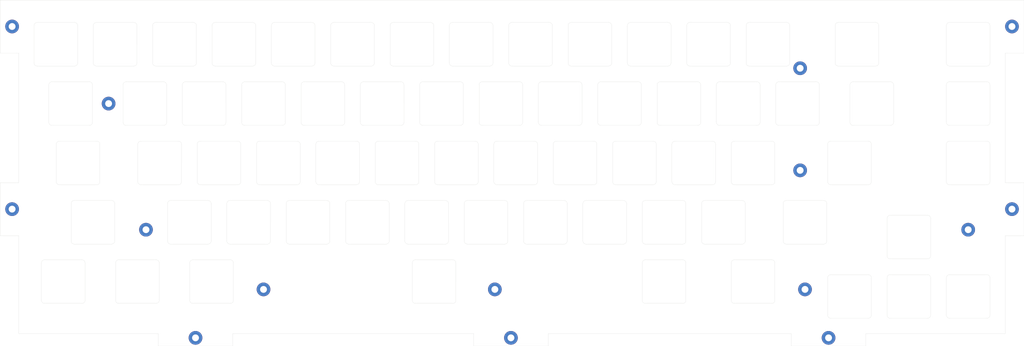
<source format=kicad_pcb>
(kicad_pcb (version 20171130) (host pcbnew "(5.1.6)-1")

  (general
    (thickness 1.6)
    (drawings 556)
    (tracks 0)
    (zones 0)
    (modules 15)
    (nets 1)
  )

  (page A3)
  (layers
    (0 F.Cu signal hide)
    (31 B.Cu signal hide)
    (32 B.Adhes user hide)
    (33 F.Adhes user hide)
    (34 B.Paste user hide)
    (35 F.Paste user hide)
    (36 B.SilkS user)
    (37 F.SilkS user)
    (38 B.Mask user)
    (39 F.Mask user hide)
    (40 Dwgs.User user)
    (41 Cmts.User user hide)
    (42 Eco1.User user hide)
    (43 Eco2.User user hide)
    (44 Edge.Cuts user)
    (45 Margin user hide)
    (46 B.CrtYd user hide)
    (47 F.CrtYd user hide)
    (48 B.Fab user hide)
    (49 F.Fab user hide)
  )

  (setup
    (last_trace_width 0.25)
    (trace_clearance 0.2)
    (zone_clearance 0.508)
    (zone_45_only no)
    (trace_min 0.2)
    (via_size 0.8)
    (via_drill 0.4)
    (via_min_size 0.4)
    (via_min_drill 0.3)
    (uvia_size 0.3)
    (uvia_drill 0.1)
    (uvias_allowed no)
    (uvia_min_size 0.2)
    (uvia_min_drill 0.1)
    (edge_width 0.05)
    (segment_width 0.2)
    (pcb_text_width 0.3)
    (pcb_text_size 1.5 1.5)
    (mod_edge_width 0.12)
    (mod_text_size 1 1)
    (mod_text_width 0.15)
    (pad_size 4.4 4.4)
    (pad_drill 2.2)
    (pad_to_mask_clearance 0.05)
    (aux_axis_origin 0 0)
    (visible_elements 7FFFFFFF)
    (pcbplotparams
      (layerselection 0x010fc_ffffffff)
      (usegerberextensions false)
      (usegerberattributes true)
      (usegerberadvancedattributes true)
      (creategerberjobfile true)
      (excludeedgelayer true)
      (linewidth 0.100000)
      (plotframeref false)
      (viasonmask false)
      (mode 1)
      (useauxorigin false)
      (hpglpennumber 1)
      (hpglpenspeed 20)
      (hpglpendiameter 15.000000)
      (psnegative false)
      (psa4output false)
      (plotreference true)
      (plotvalue true)
      (plotinvisibletext false)
      (padsonsilk false)
      (subtractmaskfromsilk false)
      (outputformat 1)
      (mirror false)
      (drillshape 1)
      (scaleselection 1)
      (outputdirectory ""))
  )

  (net 0 "")

  (net_class Default "This is the default net class."
    (clearance 0.2)
    (trace_width 0.25)
    (via_dia 0.8)
    (via_drill 0.4)
    (uvia_dia 0.3)
    (uvia_drill 0.1)
  )

  (module MountingHole:MountingHole_2.2mm_M2_Pad (layer F.Cu) (tedit 5F5C6EFF) (tstamp 5F5D75DD)
    (at 210.41 210.7)
    (descr "Mounting Hole 2.2mm, M2")
    (tags "mounting hole 2.2mm m2")
    (attr virtual)
    (fp_text reference REF** (at 0 -3.2) (layer F.SilkS) hide
      (effects (font (size 1 1) (thickness 0.15)))
    )
    (fp_text value MountingHole_2.2mm_M2_Pad (at 0 3.2) (layer F.Fab)
      (effects (font (size 1 1) (thickness 0.15)))
    )
    (fp_text user %R (at 0.3 0) (layer F.Fab)
      (effects (font (size 1 1) (thickness 0.15)))
    )
    (fp_circle (center 0 0) (end 2.2 0) (layer Cmts.User) (width 0.15))
    (fp_circle (center 0 0) (end 2.45 0) (layer F.CrtYd) (width 0.05))
    (pad 1 thru_hole circle (at -0.01 0.23) (size 4.4 4.4) (drill 2.2) (layers *.Cu *.Mask))
  )

  (module MountingHole:MountingHole_2.2mm_M2_Pad (layer F.Cu) (tedit 5F5C6ADD) (tstamp 5F5D7582)
    (at 313.5 217.22)
    (descr "Mounting Hole 2.2mm, M2")
    (tags "mounting hole 2.2mm m2")
    (attr virtual)
    (fp_text reference REF** (at 0 -3.2) (layer F.SilkS) hide
      (effects (font (size 1 1) (thickness 0.15)))
    )
    (fp_text value MountingHole_2.2mm_M2_Pad (at 0 3.2) (layer F.Fab)
      (effects (font (size 1 1) (thickness 0.15)))
    )
    (fp_text user %R (at 0.3 0) (layer F.Fab)
      (effects (font (size 1 1) (thickness 0.15)))
    )
    (fp_circle (center 0 0) (end 2.2 0) (layer Cmts.User) (width 0.15))
    (fp_circle (center 0 0) (end 2.45 0) (layer F.CrtYd) (width 0.05))
    (pad 1 thru_hole circle (at -1.14 -6.29) (size 4.4 4.4) (drill 2.2) (layers *.Cu *.Mask))
  )

  (module MountingHole:MountingHole_2.2mm_M2_Pad (layer F.Cu) (tedit 56D1B4CB) (tstamp 5F5D754A)
    (at 109.14 210.93)
    (descr "Mounting Hole 2.2mm, M2")
    (tags "mounting hole 2.2mm m2")
    (attr virtual)
    (fp_text reference REF** (at 0 -3.2) (layer F.SilkS) hide
      (effects (font (size 1 1) (thickness 0.15)))
    )
    (fp_text value MountingHole_2.2mm_M2_Pad (at 0 3.2) (layer F.Fab)
      (effects (font (size 1 1) (thickness 0.15)))
    )
    (fp_text user %R (at 0.3 0) (layer F.Fab)
      (effects (font (size 1 1) (thickness 0.15)))
    )
    (fp_circle (center 0 0) (end 2.2 0) (layer Cmts.User) (width 0.15))
    (fp_circle (center 0 0) (end 2.45 0) (layer F.CrtYd) (width 0.05))
    (pad 1 thru_hole circle (at 0 0) (size 4.4 4.4) (drill 2.2) (layers *.Cu *.Mask))
  )

  (module MountingHole:MountingHole_2.2mm_M2_Pad (layer F.Cu) (tedit 56D1B4CB) (tstamp 5F5D6360)
    (at 81.2375 135.73125)
    (descr "Mounting Hole 2.2mm, M2")
    (tags "mounting hole 2.2mm m2")
    (attr virtual)
    (fp_text reference REF** (at 0 -3.2) (layer F.SilkS) hide
      (effects (font (size 1 1) (thickness 0.15)))
    )
    (fp_text value MountingHole_2.2mm_M2_Pad (at 0 3.2) (layer F.Fab)
      (effects (font (size 1 1) (thickness 0.15)))
    )
    (fp_circle (center 0 0) (end 2.45 0) (layer F.CrtYd) (width 0.05))
    (fp_circle (center 0 0) (end 2.2 0) (layer Cmts.User) (width 0.15))
    (fp_text user %R (at 0.3 0) (layer F.Fab)
      (effects (font (size 1 1) (thickness 0.15)))
    )
    (pad 1 thru_hole circle (at 0 0) (size 4.4 4.4) (drill 2.2) (layers *.Cu *.Mask))
  )

  (module MountingHole:MountingHole_2.2mm_M2_Pad (layer F.Cu) (tedit 56D1B4CB) (tstamp 5F5D5AF8)
    (at 93.2375 176.2125)
    (descr "Mounting Hole 2.2mm, M2")
    (tags "mounting hole 2.2mm m2")
    (attr virtual)
    (fp_text reference REF** (at 0 -3.2) (layer F.SilkS) hide
      (effects (font (size 1 1) (thickness 0.15)))
    )
    (fp_text value MountingHole_2.2mm_M2_Pad (at 0 3.2) (layer F.Fab)
      (effects (font (size 1 1) (thickness 0.15)))
    )
    (fp_circle (center 0 0) (end 2.45 0) (layer F.CrtYd) (width 0.05))
    (fp_circle (center 0 0) (end 2.2 0) (layer Cmts.User) (width 0.15))
    (fp_text user %R (at 0.3 0) (layer F.Fab)
      (effects (font (size 1 1) (thickness 0.15)))
    )
    (pad 1 thru_hole circle (at 0 0) (size 4.4 4.4) (drill 2.2) (layers *.Cu *.Mask))
  )

  (module MountingHole:MountingHole_2.2mm_M2_Pad (layer F.Cu) (tedit 56D1B4CB) (tstamp 5F5D5AF1)
    (at 130.96875 195.38125)
    (descr "Mounting Hole 2.2mm, M2")
    (tags "mounting hole 2.2mm m2")
    (attr virtual)
    (fp_text reference REF** (at 0 -3.2) (layer F.SilkS) hide
      (effects (font (size 1 1) (thickness 0.15)))
    )
    (fp_text value MountingHole_2.2mm_M2_Pad (at 0 3.2) (layer F.Fab)
      (effects (font (size 1 1) (thickness 0.15)))
    )
    (fp_circle (center 0 0) (end 2.45 0) (layer F.CrtYd) (width 0.05))
    (fp_circle (center 0 0) (end 2.2 0) (layer Cmts.User) (width 0.15))
    (fp_text user %R (at 0.3 0) (layer F.Fab)
      (effects (font (size 1 1) (thickness 0.15)))
    )
    (pad 1 thru_hole circle (at 0 0) (size 4.4 4.4) (drill 2.2) (layers *.Cu *.Mask))
  )

  (module MountingHole:MountingHole_2.2mm_M2_Pad (layer F.Cu) (tedit 56D1B4CB) (tstamp 5F5D5A7C)
    (at 303.2375 157.1625)
    (descr "Mounting Hole 2.2mm, M2")
    (tags "mounting hole 2.2mm m2")
    (attr virtual)
    (fp_text reference REF** (at 0 -3.2) (layer F.SilkS) hide
      (effects (font (size 1 1) (thickness 0.15)))
    )
    (fp_text value MountingHole_2.2mm_M2_Pad (at 0 3.2) (layer F.Fab)
      (effects (font (size 1 1) (thickness 0.15)))
    )
    (fp_circle (center 0 0) (end 2.45 0) (layer F.CrtYd) (width 0.05))
    (fp_circle (center 0 0) (end 2.2 0) (layer Cmts.User) (width 0.15))
    (fp_text user %R (at 0.3 0) (layer F.Fab)
      (effects (font (size 1 1) (thickness 0.15)))
    )
    (pad 1 thru_hole circle (at 0 0) (size 4.4 4.4) (drill 2.2) (layers *.Cu *.Mask))
  )

  (module MountingHole:MountingHole_2.2mm_M2_Pad (layer F.Cu) (tedit 56D1B4CB) (tstamp 5F5D5962)
    (at 205.2375 195.38125)
    (descr "Mounting Hole 2.2mm, M2")
    (tags "mounting hole 2.2mm m2")
    (attr virtual)
    (fp_text reference REF** (at 0 -3.2) (layer F.SilkS) hide
      (effects (font (size 1 1) (thickness 0.15)))
    )
    (fp_text value MountingHole_2.2mm_M2_Pad (at 0 3.2) (layer F.Fab)
      (effects (font (size 1 1) (thickness 0.15)))
    )
    (fp_circle (center 0 0) (end 2.45 0) (layer F.CrtYd) (width 0.05))
    (fp_circle (center 0 0) (end 2.2 0) (layer Cmts.User) (width 0.15))
    (fp_text user %R (at 0.3 0) (layer F.Fab)
      (effects (font (size 1 1) (thickness 0.15)))
    )
    (pad 1 thru_hole circle (at 0 0) (size 4.4 4.4) (drill 2.2) (layers *.Cu *.Mask))
  )

  (module MountingHole:MountingHole_2.2mm_M2_Pad (layer F.Cu) (tedit 56D1B4CB) (tstamp 5F5D58B6)
    (at 303.2375 124.38125)
    (descr "Mounting Hole 2.2mm, M2")
    (tags "mounting hole 2.2mm m2")
    (attr virtual)
    (fp_text reference REF** (at 0 -3.2) (layer F.SilkS) hide
      (effects (font (size 1 1) (thickness 0.15)))
    )
    (fp_text value MountingHole_2.2mm_M2_Pad (at 0 3.2) (layer F.Fab)
      (effects (font (size 1 1) (thickness 0.15)))
    )
    (fp_circle (center 0 0) (end 2.45 0) (layer F.CrtYd) (width 0.05))
    (fp_circle (center 0 0) (end 2.2 0) (layer Cmts.User) (width 0.15))
    (fp_text user %R (at 0.3 0) (layer F.Fab)
      (effects (font (size 1 1) (thickness 0.15)))
    )
    (pad 1 thru_hole circle (at 0 0) (size 4.4 4.4) (drill 2.2) (layers *.Cu *.Mask))
  )

  (module MountingHole:MountingHole_2.2mm_M2_Pad (layer F.Cu) (tedit 56D1B4CB) (tstamp 5F5D58AF)
    (at 357.1875 176.2125)
    (descr "Mounting Hole 2.2mm, M2")
    (tags "mounting hole 2.2mm m2")
    (attr virtual)
    (fp_text reference REF** (at 0 -3.2) (layer F.SilkS) hide
      (effects (font (size 1 1) (thickness 0.15)))
    )
    (fp_text value MountingHole_2.2mm_M2_Pad (at 0 3.2) (layer F.Fab)
      (effects (font (size 1 1) (thickness 0.15)))
    )
    (fp_circle (center 0 0) (end 2.45 0) (layer F.CrtYd) (width 0.05))
    (fp_circle (center 0 0) (end 2.2 0) (layer Cmts.User) (width 0.15))
    (fp_text user %R (at 0.3 0) (layer F.Fab)
      (effects (font (size 1 1) (thickness 0.15)))
    )
    (pad 1 thru_hole circle (at 0 0) (size 4.4 4.4) (drill 2.2) (layers *.Cu *.Mask))
  )

  (module MountingHole:MountingHole_2.2mm_M2_Pad (layer F.Cu) (tedit 56D1B4CB) (tstamp 5F5D583A)
    (at 304.8 195.38125)
    (descr "Mounting Hole 2.2mm, M2")
    (tags "mounting hole 2.2mm m2")
    (attr virtual)
    (fp_text reference REF** (at 0 -3.2) (layer F.SilkS) hide
      (effects (font (size 1 1) (thickness 0.15)))
    )
    (fp_text value MountingHole_2.2mm_M2_Pad (at 0 3.2) (layer F.Fab)
      (effects (font (size 1 1) (thickness 0.15)))
    )
    (fp_circle (center 0 0) (end 2.45 0) (layer F.CrtYd) (width 0.05))
    (fp_circle (center 0 0) (end 2.2 0) (layer Cmts.User) (width 0.15))
    (fp_text user %R (at 0.3 0) (layer F.Fab)
      (effects (font (size 1 1) (thickness 0.15)))
    )
    (pad 1 thru_hole circle (at 0 0) (size 4.4 4.4) (drill 2.2) (layers *.Cu *.Mask))
  )

  (module MountingHole:MountingHole_2.2mm_M2_Pad (layer B.Cu) (tedit 56D1B4CB) (tstamp 5F5D41D8)
    (at 50.26 169.61 180)
    (descr "Mounting Hole 2.2mm, M2")
    (tags "mounting hole 2.2mm m2")
    (attr virtual)
    (fp_text reference REF** (at 0 3.2) (layer B.SilkS) hide
      (effects (font (size 1 1) (thickness 0.15)) (justify mirror))
    )
    (fp_text value MountingHole_2.2mm_M2_Pad (at 0 -3.2) (layer B.Fab)
      (effects (font (size 1 1) (thickness 0.15)) (justify mirror))
    )
    (fp_circle (center 0 0) (end 2.2 0) (layer Cmts.User) (width 0.15))
    (fp_circle (center 0 0) (end 2.45 0) (layer B.CrtYd) (width 0.05))
    (fp_text user %R (at 0.3 0) (layer B.Fab)
      (effects (font (size 1 1) (thickness 0.15)) (justify mirror))
    )
    (pad 1 thru_hole circle (at 0 0 180) (size 4.4 4.4) (drill 2.2) (layers *.Cu *.Mask))
  )

  (module MountingHole:MountingHole_2.2mm_M2_Pad (layer F.Cu) (tedit 56D1B4CB) (tstamp 5F5D41B1)
    (at 371.24 169.61)
    (descr "Mounting Hole 2.2mm, M2")
    (tags "mounting hole 2.2mm m2")
    (attr virtual)
    (fp_text reference REF** (at 0 -3.2) (layer F.SilkS) hide
      (effects (font (size 1 1) (thickness 0.15)))
    )
    (fp_text value MountingHole_2.2mm_M2_Pad (at 0 3.2) (layer F.Fab)
      (effects (font (size 1 1) (thickness 0.15)))
    )
    (fp_text user %R (at 0.3 0) (layer F.Fab)
      (effects (font (size 1 1) (thickness 0.15)))
    )
    (fp_circle (center 0 0) (end 2.2 0) (layer Cmts.User) (width 0.15))
    (fp_circle (center 0 0) (end 2.45 0) (layer F.CrtYd) (width 0.05))
    (pad 1 thru_hole circle (at 0 0) (size 4.4 4.4) (drill 2.2) (layers *.Cu *.Mask))
  )

  (module MountingHole:MountingHole_2.2mm_M2_Pad (layer F.Cu) (tedit 5F5C649D) (tstamp 5F5D4162)
    (at 371.2 110.96)
    (descr "Mounting Hole 2.2mm, M2")
    (tags "mounting hole 2.2mm m2")
    (attr virtual)
    (fp_text reference REF** (at 0 -3.2) (layer F.SilkS) hide
      (effects (font (size 1 1) (thickness 0.15)))
    )
    (fp_text value MountingHole_2.2mm_M2_Pad (at 0 3.2) (layer F.Fab)
      (effects (font (size 1 1) (thickness 0.15)))
    )
    (fp_text user %R (at 0.3 0) (layer F.Fab)
      (effects (font (size 1 1) (thickness 0.15)))
    )
    (fp_circle (center 0 0) (end 2.2 0) (layer Cmts.User) (width 0.15))
    (fp_circle (center 0 0) (end 2.45 0) (layer F.CrtYd) (width 0.05))
    (pad 1 thru_hole circle (at 0.04 0.02) (size 4.4 4.4) (drill 2.2) (layers *.Cu *.Mask))
  )

  (module MountingHole:MountingHole_2.2mm_M2_Pad (layer F.Cu) (tedit 56D1B4CB) (tstamp 5F5D40D2)
    (at 50.26 110.98)
    (descr "Mounting Hole 2.2mm, M2")
    (tags "mounting hole 2.2mm m2")
    (attr virtual)
    (fp_text reference REF** (at 0 -3.2) (layer F.SilkS) hide
      (effects (font (size 1 1) (thickness 0.15)))
    )
    (fp_text value MountingHole_2.2mm_M2_Pad (at 0 3.2) (layer F.Fab)
      (effects (font (size 1 1) (thickness 0.15)))
    )
    (fp_text user %R (at 0.3 0) (layer F.Fab)
      (effects (font (size 1 1) (thickness 0.15)))
    )
    (fp_circle (center 0 0) (end 2.2 0) (layer Cmts.User) (width 0.15))
    (fp_circle (center 0 0) (end 2.45 0) (layer F.CrtYd) (width 0.05))
    (pad 1 thru_hole circle (at 0 0) (size 4.4 4.4) (drill 2.2) (layers *.Cu *.Mask))
  )

  (gr_line (start 120.3 185.88125) (end 108.3025 185.88125) (layer Edge.Cuts) (width 0.05) (tstamp 5F5D8386))
  (gr_line (start 107.3 186.88125) (end 107.3 198.88125) (layer Edge.Cuts) (width 0.05) (tstamp 5F5D8385))
  (gr_arc (start 120.303503 198.881251) (end 120.300504 199.88125) (angle -90.17188682) (layer Edge.Cuts) (width 0.05) (tstamp 5F5D8384))
  (gr_arc (start 120.303 186.88125) (end 120.300001 185.881251) (angle 90.17188702) (layer Edge.Cuts) (width 0.05) (tstamp 5F5D8383))
  (gr_arc (start 108.2995 186.88125) (end 108.302499 185.881251) (angle -90.17188682) (layer Edge.Cuts) (width 0.05) (tstamp 5F5D8382))
  (gr_line (start 120.300503 199.881251) (end 108.303003 199.881251) (layer Edge.Cuts) (width 0.05) (tstamp 5F5D8381))
  (gr_arc (start 108.300003 198.881251) (end 108.303002 199.88125) (angle 90.17188682) (layer Edge.Cuts) (width 0.05) (tstamp 5F5D8380))
  (gr_line (start 121.3025 186.8775) (end 121.303506 198.88125) (layer Edge.Cuts) (width 0.05) (tstamp 5F5D837F))
  (gr_line (start 96.4875 185.88125) (end 84.49 185.88125) (layer Edge.Cuts) (width 0.05) (tstamp 5F5D8386))
  (gr_line (start 83.4875 186.88125) (end 83.4875 198.88125) (layer Edge.Cuts) (width 0.05) (tstamp 5F5D8385))
  (gr_arc (start 96.491003 198.881251) (end 96.488004 199.88125) (angle -90.17188682) (layer Edge.Cuts) (width 0.05) (tstamp 5F5D8384))
  (gr_arc (start 96.4905 186.88125) (end 96.487501 185.881251) (angle 90.17188702) (layer Edge.Cuts) (width 0.05) (tstamp 5F5D8383))
  (gr_arc (start 84.487 186.88125) (end 84.489999 185.881251) (angle -90.17188682) (layer Edge.Cuts) (width 0.05) (tstamp 5F5D8382))
  (gr_line (start 96.488003 199.881251) (end 84.490503 199.881251) (layer Edge.Cuts) (width 0.05) (tstamp 5F5D8381))
  (gr_arc (start 84.487503 198.881251) (end 84.490502 199.88125) (angle 90.17188682) (layer Edge.Cuts) (width 0.05) (tstamp 5F5D8380))
  (gr_line (start 97.49 186.8775) (end 97.491006 198.88125) (layer Edge.Cuts) (width 0.05) (tstamp 5F5D837F))
  (gr_line (start 72.675 185.88125) (end 60.6775 185.88125) (layer Edge.Cuts) (width 0.05) (tstamp 5F5D8386))
  (gr_line (start 59.675 186.88125) (end 59.675 198.88125) (layer Edge.Cuts) (width 0.05) (tstamp 5F5D8385))
  (gr_arc (start 72.678503 198.881251) (end 72.675504 199.88125) (angle -90.17188682) (layer Edge.Cuts) (width 0.05) (tstamp 5F5D8384))
  (gr_arc (start 72.678 186.88125) (end 72.675001 185.881251) (angle 90.17188702) (layer Edge.Cuts) (width 0.05) (tstamp 5F5D8383))
  (gr_arc (start 60.6745 186.88125) (end 60.677499 185.881251) (angle -90.17188682) (layer Edge.Cuts) (width 0.05) (tstamp 5F5D8382))
  (gr_line (start 72.675503 199.881251) (end 60.678003 199.881251) (layer Edge.Cuts) (width 0.05) (tstamp 5F5D8381))
  (gr_arc (start 60.675003 198.881251) (end 60.678002 199.88125) (angle 90.17188682) (layer Edge.Cuts) (width 0.05) (tstamp 5F5D8380))
  (gr_line (start 73.6775 186.8775) (end 73.678506 198.88125) (layer Edge.Cuts) (width 0.05) (tstamp 5F5D837F))
  (gr_line (start 82.2 166.83125) (end 70.2025 166.83125) (layer Edge.Cuts) (width 0.05) (tstamp 5F5D8386))
  (gr_line (start 69.2 167.83125) (end 69.2 179.83125) (layer Edge.Cuts) (width 0.05) (tstamp 5F5D8385))
  (gr_arc (start 82.203503 179.831251) (end 82.200504 180.83125) (angle -90.17188682) (layer Edge.Cuts) (width 0.05) (tstamp 5F5D8384))
  (gr_arc (start 82.203 167.83125) (end 82.200001 166.831251) (angle 90.17188702) (layer Edge.Cuts) (width 0.05) (tstamp 5F5D8383))
  (gr_arc (start 70.1995 167.83125) (end 70.202499 166.831251) (angle -90.17188682) (layer Edge.Cuts) (width 0.05) (tstamp 5F5D8382))
  (gr_line (start 82.200503 180.831251) (end 70.203003 180.831251) (layer Edge.Cuts) (width 0.05) (tstamp 5F5D8381))
  (gr_arc (start 70.200003 179.831251) (end 70.203002 180.83125) (angle 90.17188682) (layer Edge.Cuts) (width 0.05) (tstamp 5F5D8380))
  (gr_line (start 83.2025 167.8275) (end 83.203506 179.83125) (layer Edge.Cuts) (width 0.05) (tstamp 5F5D837F))
  (gr_line (start 77.4375 147.78125) (end 65.44 147.78125) (layer Edge.Cuts) (width 0.05) (tstamp 5F5D8386))
  (gr_line (start 64.4375 148.78125) (end 64.4375 160.78125) (layer Edge.Cuts) (width 0.05) (tstamp 5F5D8385))
  (gr_arc (start 77.441003 160.781251) (end 77.438004 161.78125) (angle -90.17188682) (layer Edge.Cuts) (width 0.05) (tstamp 5F5D8384))
  (gr_arc (start 77.4405 148.78125) (end 77.437501 147.781251) (angle 90.17188702) (layer Edge.Cuts) (width 0.05) (tstamp 5F5D8383))
  (gr_arc (start 65.437 148.78125) (end 65.439999 147.781251) (angle -90.17188682) (layer Edge.Cuts) (width 0.05) (tstamp 5F5D8382))
  (gr_line (start 77.438003 161.781251) (end 65.440503 161.781251) (layer Edge.Cuts) (width 0.05) (tstamp 5F5D8381))
  (gr_arc (start 65.437503 160.781251) (end 65.440502 161.78125) (angle 90.17188682) (layer Edge.Cuts) (width 0.05) (tstamp 5F5D8380))
  (gr_line (start 78.44 148.7775) (end 78.441006 160.78125) (layer Edge.Cuts) (width 0.05) (tstamp 5F5D837F))
  (gr_line (start 75.05625 128.73125) (end 63.05875 128.73125) (layer Edge.Cuts) (width 0.05) (tstamp 5F5D8386))
  (gr_line (start 62.05625 129.73125) (end 62.05625 141.73125) (layer Edge.Cuts) (width 0.05) (tstamp 5F5D8385))
  (gr_arc (start 75.059753 141.731251) (end 75.056754 142.73125) (angle -90.17188682) (layer Edge.Cuts) (width 0.05) (tstamp 5F5D8384))
  (gr_arc (start 75.05925 129.73125) (end 75.056251 128.731251) (angle 90.17188702) (layer Edge.Cuts) (width 0.05) (tstamp 5F5D8383))
  (gr_arc (start 63.05575 129.73125) (end 63.058749 128.731251) (angle -90.17188682) (layer Edge.Cuts) (width 0.05) (tstamp 5F5D8382))
  (gr_line (start 75.056753 142.731251) (end 63.059253 142.731251) (layer Edge.Cuts) (width 0.05) (tstamp 5F5D8381))
  (gr_arc (start 63.056253 141.731251) (end 63.059252 142.73125) (angle 90.17188682) (layer Edge.Cuts) (width 0.05) (tstamp 5F5D8380))
  (gr_line (start 76.05875 129.7275) (end 76.059756 141.73125) (layer Edge.Cuts) (width 0.05) (tstamp 5F5D837F))
  (gr_line (start 70.29375 109.68125) (end 58.29625 109.68125) (layer Edge.Cuts) (width 0.05) (tstamp 5F5D8386))
  (gr_line (start 57.29375 110.68125) (end 57.29375 122.68125) (layer Edge.Cuts) (width 0.05) (tstamp 5F5D8385))
  (gr_arc (start 70.297253 122.681251) (end 70.294254 123.68125) (angle -90.17188682) (layer Edge.Cuts) (width 0.05) (tstamp 5F5D8384))
  (gr_arc (start 70.29675 110.68125) (end 70.293751 109.681251) (angle 90.17188702) (layer Edge.Cuts) (width 0.05) (tstamp 5F5D8383))
  (gr_arc (start 58.29325 110.68125) (end 58.296249 109.681251) (angle -90.17188682) (layer Edge.Cuts) (width 0.05) (tstamp 5F5D8382))
  (gr_line (start 70.294253 123.681251) (end 58.296753 123.681251) (layer Edge.Cuts) (width 0.05) (tstamp 5F5D8381))
  (gr_arc (start 58.293753 122.681251) (end 58.296752 123.68125) (angle 90.17188682) (layer Edge.Cuts) (width 0.05) (tstamp 5F5D8380))
  (gr_line (start 71.29625 110.6775) (end 71.297256 122.68125) (layer Edge.Cuts) (width 0.05) (tstamp 5F5D837F))
  (gr_line (start 89.34375 109.68125) (end 77.34625 109.68125) (layer Edge.Cuts) (width 0.05) (tstamp 5F5D8386))
  (gr_line (start 76.34375 110.68125) (end 76.34375 122.68125) (layer Edge.Cuts) (width 0.05) (tstamp 5F5D8385))
  (gr_arc (start 89.347253 122.681251) (end 89.344254 123.68125) (angle -90.17188682) (layer Edge.Cuts) (width 0.05) (tstamp 5F5D8384))
  (gr_arc (start 89.34675 110.68125) (end 89.343751 109.681251) (angle 90.17188702) (layer Edge.Cuts) (width 0.05) (tstamp 5F5D8383))
  (gr_arc (start 77.34325 110.68125) (end 77.346249 109.681251) (angle -90.17188682) (layer Edge.Cuts) (width 0.05) (tstamp 5F5D8382))
  (gr_line (start 89.344253 123.681251) (end 77.346753 123.681251) (layer Edge.Cuts) (width 0.05) (tstamp 5F5D8381))
  (gr_arc (start 77.343753 122.681251) (end 77.346752 123.68125) (angle 90.17188682) (layer Edge.Cuts) (width 0.05) (tstamp 5F5D8380))
  (gr_line (start 90.34625 110.6775) (end 90.347256 122.68125) (layer Edge.Cuts) (width 0.05) (tstamp 5F5D837F))
  (gr_line (start 98.86875 128.73125) (end 86.87125 128.73125) (layer Edge.Cuts) (width 0.05) (tstamp 5F5D8386))
  (gr_line (start 85.86875 129.73125) (end 85.86875 141.73125) (layer Edge.Cuts) (width 0.05) (tstamp 5F5D8385))
  (gr_arc (start 98.872253 141.731251) (end 98.869254 142.73125) (angle -90.17188682) (layer Edge.Cuts) (width 0.05) (tstamp 5F5D8384))
  (gr_arc (start 98.87175 129.73125) (end 98.868751 128.731251) (angle 90.17188702) (layer Edge.Cuts) (width 0.05) (tstamp 5F5D8383))
  (gr_arc (start 86.86825 129.73125) (end 86.871249 128.731251) (angle -90.17188682) (layer Edge.Cuts) (width 0.05) (tstamp 5F5D8382))
  (gr_line (start 98.869253 142.731251) (end 86.871753 142.731251) (layer Edge.Cuts) (width 0.05) (tstamp 5F5D8381))
  (gr_arc (start 86.868753 141.731251) (end 86.871752 142.73125) (angle 90.17188682) (layer Edge.Cuts) (width 0.05) (tstamp 5F5D8380))
  (gr_line (start 99.87125 129.7275) (end 99.872256 141.73125) (layer Edge.Cuts) (width 0.05) (tstamp 5F5D837F))
  (gr_line (start 103.63125 147.78125) (end 91.63375 147.78125) (layer Edge.Cuts) (width 0.05) (tstamp 5F5D8386))
  (gr_line (start 90.63125 148.78125) (end 90.63125 160.78125) (layer Edge.Cuts) (width 0.05) (tstamp 5F5D8385))
  (gr_arc (start 103.634753 160.781251) (end 103.631754 161.78125) (angle -90.17188682) (layer Edge.Cuts) (width 0.05) (tstamp 5F5D8384))
  (gr_arc (start 103.63425 148.78125) (end 103.631251 147.781251) (angle 90.17188702) (layer Edge.Cuts) (width 0.05) (tstamp 5F5D8383))
  (gr_arc (start 91.63075 148.78125) (end 91.633749 147.781251) (angle -90.17188682) (layer Edge.Cuts) (width 0.05) (tstamp 5F5D8382))
  (gr_line (start 103.631753 161.781251) (end 91.634253 161.781251) (layer Edge.Cuts) (width 0.05) (tstamp 5F5D8381))
  (gr_arc (start 91.631253 160.781251) (end 91.634252 161.78125) (angle 90.17188682) (layer Edge.Cuts) (width 0.05) (tstamp 5F5D8380))
  (gr_line (start 104.63375 148.7775) (end 104.634756 160.78125) (layer Edge.Cuts) (width 0.05) (tstamp 5F5D837F))
  (gr_line (start 113.15625 166.83125) (end 101.15875 166.83125) (layer Edge.Cuts) (width 0.05) (tstamp 5F5D8386))
  (gr_line (start 100.15625 167.83125) (end 100.15625 179.83125) (layer Edge.Cuts) (width 0.05) (tstamp 5F5D8385))
  (gr_arc (start 113.159753 179.831251) (end 113.156754 180.83125) (angle -90.17188682) (layer Edge.Cuts) (width 0.05) (tstamp 5F5D8384))
  (gr_arc (start 113.15925 167.83125) (end 113.156251 166.831251) (angle 90.17188702) (layer Edge.Cuts) (width 0.05) (tstamp 5F5D8383))
  (gr_arc (start 101.15575 167.83125) (end 101.158749 166.831251) (angle -90.17188682) (layer Edge.Cuts) (width 0.05) (tstamp 5F5D8382))
  (gr_line (start 113.156753 180.831251) (end 101.159253 180.831251) (layer Edge.Cuts) (width 0.05) (tstamp 5F5D8381))
  (gr_arc (start 101.156253 179.831251) (end 101.159252 180.83125) (angle 90.17188682) (layer Edge.Cuts) (width 0.05) (tstamp 5F5D8380))
  (gr_line (start 114.15875 167.8275) (end 114.159756 179.83125) (layer Edge.Cuts) (width 0.05) (tstamp 5F5D837F))
  (gr_line (start 132.20625 166.83125) (end 120.20875 166.83125) (layer Edge.Cuts) (width 0.05) (tstamp 5F5D8386))
  (gr_line (start 119.20625 167.83125) (end 119.20625 179.83125) (layer Edge.Cuts) (width 0.05) (tstamp 5F5D8385))
  (gr_arc (start 132.209753 179.831251) (end 132.206754 180.83125) (angle -90.17188682) (layer Edge.Cuts) (width 0.05) (tstamp 5F5D8384))
  (gr_arc (start 132.20925 167.83125) (end 132.206251 166.831251) (angle 90.17188702) (layer Edge.Cuts) (width 0.05) (tstamp 5F5D8383))
  (gr_arc (start 120.20575 167.83125) (end 120.208749 166.831251) (angle -90.17188682) (layer Edge.Cuts) (width 0.05) (tstamp 5F5D8382))
  (gr_line (start 132.206753 180.831251) (end 120.209253 180.831251) (layer Edge.Cuts) (width 0.05) (tstamp 5F5D8381))
  (gr_arc (start 120.206253 179.831251) (end 120.209252 180.83125) (angle 90.17188682) (layer Edge.Cuts) (width 0.05) (tstamp 5F5D8380))
  (gr_line (start 133.20875 167.8275) (end 133.209756 179.83125) (layer Edge.Cuts) (width 0.05) (tstamp 5F5D837F))
  (gr_line (start 122.68125 147.78125) (end 110.68375 147.78125) (layer Edge.Cuts) (width 0.05) (tstamp 5F5D8386))
  (gr_line (start 109.68125 148.78125) (end 109.68125 160.78125) (layer Edge.Cuts) (width 0.05) (tstamp 5F5D8385))
  (gr_arc (start 122.684753 160.781251) (end 122.681754 161.78125) (angle -90.17188682) (layer Edge.Cuts) (width 0.05) (tstamp 5F5D8384))
  (gr_arc (start 122.68425 148.78125) (end 122.681251 147.781251) (angle 90.17188702) (layer Edge.Cuts) (width 0.05) (tstamp 5F5D8383))
  (gr_arc (start 110.68075 148.78125) (end 110.683749 147.781251) (angle -90.17188682) (layer Edge.Cuts) (width 0.05) (tstamp 5F5D8382))
  (gr_line (start 122.681753 161.781251) (end 110.684253 161.781251) (layer Edge.Cuts) (width 0.05) (tstamp 5F5D8381))
  (gr_arc (start 110.681253 160.781251) (end 110.684252 161.78125) (angle 90.17188682) (layer Edge.Cuts) (width 0.05) (tstamp 5F5D8380))
  (gr_line (start 123.68375 148.7775) (end 123.684756 160.78125) (layer Edge.Cuts) (width 0.05) (tstamp 5F5D837F))
  (gr_line (start 117.91875 128.73125) (end 105.92125 128.73125) (layer Edge.Cuts) (width 0.05) (tstamp 5F5D8386))
  (gr_line (start 104.91875 129.73125) (end 104.91875 141.73125) (layer Edge.Cuts) (width 0.05) (tstamp 5F5D8385))
  (gr_arc (start 117.922253 141.731251) (end 117.919254 142.73125) (angle -90.17188682) (layer Edge.Cuts) (width 0.05) (tstamp 5F5D8384))
  (gr_arc (start 117.92175 129.73125) (end 117.918751 128.731251) (angle 90.17188702) (layer Edge.Cuts) (width 0.05) (tstamp 5F5D8383))
  (gr_arc (start 105.91825 129.73125) (end 105.921249 128.731251) (angle -90.17188682) (layer Edge.Cuts) (width 0.05) (tstamp 5F5D8382))
  (gr_line (start 117.919253 142.731251) (end 105.921753 142.731251) (layer Edge.Cuts) (width 0.05) (tstamp 5F5D8381))
  (gr_arc (start 105.918753 141.731251) (end 105.921752 142.73125) (angle 90.17188682) (layer Edge.Cuts) (width 0.05) (tstamp 5F5D8380))
  (gr_line (start 118.92125 129.7275) (end 118.922256 141.73125) (layer Edge.Cuts) (width 0.05) (tstamp 5F5D837F))
  (gr_line (start 108.39375 109.68125) (end 96.39625 109.68125) (layer Edge.Cuts) (width 0.05) (tstamp 5F5D8386))
  (gr_line (start 95.39375 110.68125) (end 95.39375 122.68125) (layer Edge.Cuts) (width 0.05) (tstamp 5F5D8385))
  (gr_arc (start 108.397253 122.681251) (end 108.394254 123.68125) (angle -90.17188682) (layer Edge.Cuts) (width 0.05) (tstamp 5F5D8384))
  (gr_arc (start 108.39675 110.68125) (end 108.393751 109.681251) (angle 90.17188702) (layer Edge.Cuts) (width 0.05) (tstamp 5F5D8383))
  (gr_arc (start 96.39325 110.68125) (end 96.396249 109.681251) (angle -90.17188682) (layer Edge.Cuts) (width 0.05) (tstamp 5F5D8382))
  (gr_line (start 108.394253 123.681251) (end 96.396753 123.681251) (layer Edge.Cuts) (width 0.05) (tstamp 5F5D8381))
  (gr_arc (start 96.393753 122.681251) (end 96.396752 123.68125) (angle 90.17188682) (layer Edge.Cuts) (width 0.05) (tstamp 5F5D8380))
  (gr_line (start 109.39625 110.6775) (end 109.397256 122.68125) (layer Edge.Cuts) (width 0.05) (tstamp 5F5D837F))
  (gr_line (start 127.44375 109.68125) (end 115.44625 109.68125) (layer Edge.Cuts) (width 0.05) (tstamp 5F5D8386))
  (gr_line (start 114.44375 110.68125) (end 114.44375 122.68125) (layer Edge.Cuts) (width 0.05) (tstamp 5F5D8385))
  (gr_arc (start 127.447253 122.681251) (end 127.444254 123.68125) (angle -90.17188682) (layer Edge.Cuts) (width 0.05) (tstamp 5F5D8384))
  (gr_arc (start 127.44675 110.68125) (end 127.443751 109.681251) (angle 90.17188702) (layer Edge.Cuts) (width 0.05) (tstamp 5F5D8383))
  (gr_arc (start 115.44325 110.68125) (end 115.446249 109.681251) (angle -90.17188682) (layer Edge.Cuts) (width 0.05) (tstamp 5F5D8382))
  (gr_line (start 127.444253 123.681251) (end 115.446753 123.681251) (layer Edge.Cuts) (width 0.05) (tstamp 5F5D8381))
  (gr_arc (start 115.443753 122.681251) (end 115.446752 123.68125) (angle 90.17188682) (layer Edge.Cuts) (width 0.05) (tstamp 5F5D8380))
  (gr_line (start 128.44625 110.6775) (end 128.447256 122.68125) (layer Edge.Cuts) (width 0.05) (tstamp 5F5D837F))
  (gr_line (start 136.96875 128.73125) (end 124.97125 128.73125) (layer Edge.Cuts) (width 0.05) (tstamp 5F5D8386))
  (gr_line (start 123.96875 129.73125) (end 123.96875 141.73125) (layer Edge.Cuts) (width 0.05) (tstamp 5F5D8385))
  (gr_arc (start 136.972253 141.731251) (end 136.969254 142.73125) (angle -90.17188682) (layer Edge.Cuts) (width 0.05) (tstamp 5F5D8384))
  (gr_arc (start 136.97175 129.73125) (end 136.968751 128.731251) (angle 90.17188702) (layer Edge.Cuts) (width 0.05) (tstamp 5F5D8383))
  (gr_arc (start 124.96825 129.73125) (end 124.971249 128.731251) (angle -90.17188682) (layer Edge.Cuts) (width 0.05) (tstamp 5F5D8382))
  (gr_line (start 136.969253 142.731251) (end 124.971753 142.731251) (layer Edge.Cuts) (width 0.05) (tstamp 5F5D8381))
  (gr_arc (start 124.968753 141.731251) (end 124.971752 142.73125) (angle 90.17188682) (layer Edge.Cuts) (width 0.05) (tstamp 5F5D8380))
  (gr_line (start 137.97125 129.7275) (end 137.972256 141.73125) (layer Edge.Cuts) (width 0.05) (tstamp 5F5D837F))
  (gr_line (start 141.73125 147.78125) (end 129.73375 147.78125) (layer Edge.Cuts) (width 0.05) (tstamp 5F5D8386))
  (gr_line (start 128.73125 148.78125) (end 128.73125 160.78125) (layer Edge.Cuts) (width 0.05) (tstamp 5F5D8385))
  (gr_arc (start 141.734753 160.781251) (end 141.731754 161.78125) (angle -90.17188682) (layer Edge.Cuts) (width 0.05) (tstamp 5F5D8384))
  (gr_arc (start 141.73425 148.78125) (end 141.731251 147.781251) (angle 90.17188702) (layer Edge.Cuts) (width 0.05) (tstamp 5F5D8383))
  (gr_arc (start 129.73075 148.78125) (end 129.733749 147.781251) (angle -90.17188682) (layer Edge.Cuts) (width 0.05) (tstamp 5F5D8382))
  (gr_line (start 141.731753 161.781251) (end 129.734253 161.781251) (layer Edge.Cuts) (width 0.05) (tstamp 5F5D8381))
  (gr_arc (start 129.731253 160.781251) (end 129.734252 161.78125) (angle 90.17188682) (layer Edge.Cuts) (width 0.05) (tstamp 5F5D8380))
  (gr_line (start 142.73375 148.7775) (end 142.734756 160.78125) (layer Edge.Cuts) (width 0.05) (tstamp 5F5D837F))
  (gr_line (start 151.25625 166.83125) (end 139.25875 166.83125) (layer Edge.Cuts) (width 0.05) (tstamp 5F5D8386))
  (gr_line (start 138.25625 167.83125) (end 138.25625 179.83125) (layer Edge.Cuts) (width 0.05) (tstamp 5F5D8385))
  (gr_arc (start 151.259753 179.831251) (end 151.256754 180.83125) (angle -90.17188682) (layer Edge.Cuts) (width 0.05) (tstamp 5F5D8384))
  (gr_arc (start 151.25925 167.83125) (end 151.256251 166.831251) (angle 90.17188702) (layer Edge.Cuts) (width 0.05) (tstamp 5F5D8383))
  (gr_arc (start 139.25575 167.83125) (end 139.258749 166.831251) (angle -90.17188682) (layer Edge.Cuts) (width 0.05) (tstamp 5F5D8382))
  (gr_line (start 151.256753 180.831251) (end 139.259253 180.831251) (layer Edge.Cuts) (width 0.05) (tstamp 5F5D8381))
  (gr_arc (start 139.256253 179.831251) (end 139.259252 180.83125) (angle 90.17188682) (layer Edge.Cuts) (width 0.05) (tstamp 5F5D8380))
  (gr_line (start 152.25875 167.8275) (end 152.259756 179.83125) (layer Edge.Cuts) (width 0.05) (tstamp 5F5D837F))
  (gr_line (start 170.30625 166.83125) (end 158.30875 166.83125) (layer Edge.Cuts) (width 0.05) (tstamp 5F5D8386))
  (gr_line (start 157.30625 167.83125) (end 157.30625 179.83125) (layer Edge.Cuts) (width 0.05) (tstamp 5F5D8385))
  (gr_arc (start 170.309753 179.831251) (end 170.306754 180.83125) (angle -90.17188682) (layer Edge.Cuts) (width 0.05) (tstamp 5F5D8384))
  (gr_arc (start 170.30925 167.83125) (end 170.306251 166.831251) (angle 90.17188702) (layer Edge.Cuts) (width 0.05) (tstamp 5F5D8383))
  (gr_arc (start 158.30575 167.83125) (end 158.308749 166.831251) (angle -90.17188682) (layer Edge.Cuts) (width 0.05) (tstamp 5F5D8382))
  (gr_line (start 170.306753 180.831251) (end 158.309253 180.831251) (layer Edge.Cuts) (width 0.05) (tstamp 5F5D8381))
  (gr_arc (start 158.306253 179.831251) (end 158.309252 180.83125) (angle 90.17188682) (layer Edge.Cuts) (width 0.05) (tstamp 5F5D8380))
  (gr_line (start 171.30875 167.8275) (end 171.309756 179.83125) (layer Edge.Cuts) (width 0.05) (tstamp 5F5D837F))
  (gr_line (start 160.78125 147.78125) (end 148.78375 147.78125) (layer Edge.Cuts) (width 0.05) (tstamp 5F5D8386))
  (gr_line (start 147.78125 148.78125) (end 147.78125 160.78125) (layer Edge.Cuts) (width 0.05) (tstamp 5F5D8385))
  (gr_arc (start 160.784753 160.781251) (end 160.781754 161.78125) (angle -90.17188682) (layer Edge.Cuts) (width 0.05) (tstamp 5F5D8384))
  (gr_arc (start 160.78425 148.78125) (end 160.781251 147.781251) (angle 90.17188702) (layer Edge.Cuts) (width 0.05) (tstamp 5F5D8383))
  (gr_arc (start 148.78075 148.78125) (end 148.783749 147.781251) (angle -90.17188682) (layer Edge.Cuts) (width 0.05) (tstamp 5F5D8382))
  (gr_line (start 160.781753 161.781251) (end 148.784253 161.781251) (layer Edge.Cuts) (width 0.05) (tstamp 5F5D8381))
  (gr_arc (start 148.781253 160.781251) (end 148.784252 161.78125) (angle 90.17188682) (layer Edge.Cuts) (width 0.05) (tstamp 5F5D8380))
  (gr_line (start 161.78375 148.7775) (end 161.784756 160.78125) (layer Edge.Cuts) (width 0.05) (tstamp 5F5D837F))
  (gr_line (start 146.49375 109.68125) (end 134.49625 109.68125) (layer Edge.Cuts) (width 0.05) (tstamp 5F5D8386))
  (gr_line (start 133.49375 110.68125) (end 133.49375 122.68125) (layer Edge.Cuts) (width 0.05) (tstamp 5F5D8385))
  (gr_arc (start 146.497253 122.681251) (end 146.494254 123.68125) (angle -90.17188682) (layer Edge.Cuts) (width 0.05) (tstamp 5F5D8384))
  (gr_arc (start 146.49675 110.68125) (end 146.493751 109.681251) (angle 90.17188702) (layer Edge.Cuts) (width 0.05) (tstamp 5F5D8383))
  (gr_arc (start 134.49325 110.68125) (end 134.496249 109.681251) (angle -90.17188682) (layer Edge.Cuts) (width 0.05) (tstamp 5F5D8382))
  (gr_line (start 146.494253 123.681251) (end 134.496753 123.681251) (layer Edge.Cuts) (width 0.05) (tstamp 5F5D8381))
  (gr_arc (start 134.493753 122.681251) (end 134.496752 123.68125) (angle 90.17188682) (layer Edge.Cuts) (width 0.05) (tstamp 5F5D8380))
  (gr_line (start 147.49625 110.6775) (end 147.497256 122.68125) (layer Edge.Cuts) (width 0.05) (tstamp 5F5D837F))
  (gr_line (start 156.01875 128.73125) (end 144.02125 128.73125) (layer Edge.Cuts) (width 0.05) (tstamp 5F5D8386))
  (gr_line (start 143.01875 129.73125) (end 143.01875 141.73125) (layer Edge.Cuts) (width 0.05) (tstamp 5F5D8385))
  (gr_arc (start 156.022253 141.731251) (end 156.019254 142.73125) (angle -90.17188682) (layer Edge.Cuts) (width 0.05) (tstamp 5F5D8384))
  (gr_arc (start 156.02175 129.73125) (end 156.018751 128.731251) (angle 90.17188702) (layer Edge.Cuts) (width 0.05) (tstamp 5F5D8383))
  (gr_arc (start 144.01825 129.73125) (end 144.021249 128.731251) (angle -90.17188682) (layer Edge.Cuts) (width 0.05) (tstamp 5F5D8382))
  (gr_line (start 156.019253 142.731251) (end 144.021753 142.731251) (layer Edge.Cuts) (width 0.05) (tstamp 5F5D8381))
  (gr_arc (start 144.018753 141.731251) (end 144.021752 142.73125) (angle 90.17188682) (layer Edge.Cuts) (width 0.05) (tstamp 5F5D8380))
  (gr_line (start 157.02125 129.7275) (end 157.022256 141.73125) (layer Edge.Cuts) (width 0.05) (tstamp 5F5D837F))
  (gr_line (start 165.54375 109.68125) (end 153.54625 109.68125) (layer Edge.Cuts) (width 0.05) (tstamp 5F5D8386))
  (gr_line (start 152.54375 110.68125) (end 152.54375 122.68125) (layer Edge.Cuts) (width 0.05) (tstamp 5F5D8385))
  (gr_arc (start 165.547253 122.681251) (end 165.544254 123.68125) (angle -90.17188682) (layer Edge.Cuts) (width 0.05) (tstamp 5F5D8384))
  (gr_arc (start 165.54675 110.68125) (end 165.543751 109.681251) (angle 90.17188702) (layer Edge.Cuts) (width 0.05) (tstamp 5F5D8383))
  (gr_arc (start 153.54325 110.68125) (end 153.546249 109.681251) (angle -90.17188682) (layer Edge.Cuts) (width 0.05) (tstamp 5F5D8382))
  (gr_line (start 165.544253 123.681251) (end 153.546753 123.681251) (layer Edge.Cuts) (width 0.05) (tstamp 5F5D8381))
  (gr_arc (start 153.543753 122.681251) (end 153.546752 123.68125) (angle 90.17188682) (layer Edge.Cuts) (width 0.05) (tstamp 5F5D8380))
  (gr_line (start 166.54625 110.6775) (end 166.547256 122.68125) (layer Edge.Cuts) (width 0.05) (tstamp 5F5D837F))
  (gr_line (start 184.59375 109.68125) (end 172.59625 109.68125) (layer Edge.Cuts) (width 0.05) (tstamp 5F5D8386))
  (gr_line (start 171.59375 110.68125) (end 171.59375 122.68125) (layer Edge.Cuts) (width 0.05) (tstamp 5F5D8385))
  (gr_arc (start 184.597253 122.681251) (end 184.594254 123.68125) (angle -90.17188682) (layer Edge.Cuts) (width 0.05) (tstamp 5F5D8384))
  (gr_arc (start 184.59675 110.68125) (end 184.593751 109.681251) (angle 90.17188702) (layer Edge.Cuts) (width 0.05) (tstamp 5F5D8383))
  (gr_arc (start 172.59325 110.68125) (end 172.596249 109.681251) (angle -90.17188682) (layer Edge.Cuts) (width 0.05) (tstamp 5F5D8382))
  (gr_line (start 184.594253 123.681251) (end 172.596753 123.681251) (layer Edge.Cuts) (width 0.05) (tstamp 5F5D8381))
  (gr_arc (start 172.593753 122.681251) (end 172.596752 123.68125) (angle 90.17188682) (layer Edge.Cuts) (width 0.05) (tstamp 5F5D8380))
  (gr_line (start 185.59625 110.6775) (end 185.597256 122.68125) (layer Edge.Cuts) (width 0.05) (tstamp 5F5D837F))
  (gr_line (start 175.06875 128.73125) (end 163.07125 128.73125) (layer Edge.Cuts) (width 0.05) (tstamp 5F5D8386))
  (gr_line (start 162.06875 129.73125) (end 162.06875 141.73125) (layer Edge.Cuts) (width 0.05) (tstamp 5F5D8385))
  (gr_arc (start 175.072253 141.731251) (end 175.069254 142.73125) (angle -90.17188682) (layer Edge.Cuts) (width 0.05) (tstamp 5F5D8384))
  (gr_arc (start 175.07175 129.73125) (end 175.068751 128.731251) (angle 90.17188702) (layer Edge.Cuts) (width 0.05) (tstamp 5F5D8383))
  (gr_arc (start 163.06825 129.73125) (end 163.071249 128.731251) (angle -90.17188682) (layer Edge.Cuts) (width 0.05) (tstamp 5F5D8382))
  (gr_line (start 175.069253 142.731251) (end 163.071753 142.731251) (layer Edge.Cuts) (width 0.05) (tstamp 5F5D8381))
  (gr_arc (start 163.068753 141.731251) (end 163.071752 142.73125) (angle 90.17188682) (layer Edge.Cuts) (width 0.05) (tstamp 5F5D8380))
  (gr_line (start 176.07125 129.7275) (end 176.072256 141.73125) (layer Edge.Cuts) (width 0.05) (tstamp 5F5D837F))
  (gr_line (start 179.83125 147.78125) (end 167.83375 147.78125) (layer Edge.Cuts) (width 0.05) (tstamp 5F5D8386))
  (gr_line (start 166.83125 148.78125) (end 166.83125 160.78125) (layer Edge.Cuts) (width 0.05) (tstamp 5F5D8385))
  (gr_arc (start 179.834753 160.781251) (end 179.831754 161.78125) (angle -90.17188682) (layer Edge.Cuts) (width 0.05) (tstamp 5F5D8384))
  (gr_arc (start 179.83425 148.78125) (end 179.831251 147.781251) (angle 90.17188702) (layer Edge.Cuts) (width 0.05) (tstamp 5F5D8383))
  (gr_arc (start 167.83075 148.78125) (end 167.833749 147.781251) (angle -90.17188682) (layer Edge.Cuts) (width 0.05) (tstamp 5F5D8382))
  (gr_line (start 179.831753 161.781251) (end 167.834253 161.781251) (layer Edge.Cuts) (width 0.05) (tstamp 5F5D8381))
  (gr_arc (start 167.831253 160.781251) (end 167.834252 161.78125) (angle 90.17188682) (layer Edge.Cuts) (width 0.05) (tstamp 5F5D8380))
  (gr_line (start 180.83375 148.7775) (end 180.834756 160.78125) (layer Edge.Cuts) (width 0.05) (tstamp 5F5D837F))
  (gr_line (start 189.35625 166.83125) (end 177.35875 166.83125) (layer Edge.Cuts) (width 0.05) (tstamp 5F5D8386))
  (gr_line (start 176.35625 167.83125) (end 176.35625 179.83125) (layer Edge.Cuts) (width 0.05) (tstamp 5F5D8385))
  (gr_arc (start 189.359753 179.831251) (end 189.356754 180.83125) (angle -90.17188682) (layer Edge.Cuts) (width 0.05) (tstamp 5F5D8384))
  (gr_arc (start 189.35925 167.83125) (end 189.356251 166.831251) (angle 90.17188702) (layer Edge.Cuts) (width 0.05) (tstamp 5F5D8383))
  (gr_arc (start 177.35575 167.83125) (end 177.358749 166.831251) (angle -90.17188682) (layer Edge.Cuts) (width 0.05) (tstamp 5F5D8382))
  (gr_line (start 189.356753 180.831251) (end 177.359253 180.831251) (layer Edge.Cuts) (width 0.05) (tstamp 5F5D8381))
  (gr_arc (start 177.356253 179.831251) (end 177.359252 180.83125) (angle 90.17188682) (layer Edge.Cuts) (width 0.05) (tstamp 5F5D8380))
  (gr_line (start 190.35875 167.8275) (end 190.359756 179.83125) (layer Edge.Cuts) (width 0.05) (tstamp 5F5D837F))
  (gr_line (start 191.7375 185.88125) (end 179.74 185.88125) (layer Edge.Cuts) (width 0.05) (tstamp 5F5D8386))
  (gr_line (start 178.7375 186.88125) (end 178.7375 198.88125) (layer Edge.Cuts) (width 0.05) (tstamp 5F5D8385))
  (gr_arc (start 191.741003 198.881251) (end 191.738004 199.88125) (angle -90.17188682) (layer Edge.Cuts) (width 0.05) (tstamp 5F5D8384))
  (gr_arc (start 191.7405 186.88125) (end 191.737501 185.881251) (angle 90.17188702) (layer Edge.Cuts) (width 0.05) (tstamp 5F5D8383))
  (gr_arc (start 179.737 186.88125) (end 179.739999 185.881251) (angle -90.17188682) (layer Edge.Cuts) (width 0.05) (tstamp 5F5D8382))
  (gr_line (start 191.738003 199.881251) (end 179.740503 199.881251) (layer Edge.Cuts) (width 0.05) (tstamp 5F5D8381))
  (gr_arc (start 179.737503 198.881251) (end 179.740502 199.88125) (angle 90.17188682) (layer Edge.Cuts) (width 0.05) (tstamp 5F5D8380))
  (gr_line (start 192.74 186.8775) (end 192.741006 198.88125) (layer Edge.Cuts) (width 0.05) (tstamp 5F5D837F))
  (gr_line (start 194.11875 128.73125) (end 182.12125 128.73125) (layer Edge.Cuts) (width 0.05) (tstamp 5F5D8386))
  (gr_line (start 181.11875 129.73125) (end 181.11875 141.73125) (layer Edge.Cuts) (width 0.05) (tstamp 5F5D8385))
  (gr_arc (start 194.122253 141.731251) (end 194.119254 142.73125) (angle -90.17188682) (layer Edge.Cuts) (width 0.05) (tstamp 5F5D8384))
  (gr_arc (start 194.12175 129.73125) (end 194.118751 128.731251) (angle 90.17188702) (layer Edge.Cuts) (width 0.05) (tstamp 5F5D8383))
  (gr_arc (start 182.11825 129.73125) (end 182.121249 128.731251) (angle -90.17188682) (layer Edge.Cuts) (width 0.05) (tstamp 5F5D8382))
  (gr_line (start 194.119253 142.731251) (end 182.121753 142.731251) (layer Edge.Cuts) (width 0.05) (tstamp 5F5D8381))
  (gr_arc (start 182.118753 141.731251) (end 182.121752 142.73125) (angle 90.17188682) (layer Edge.Cuts) (width 0.05) (tstamp 5F5D8380))
  (gr_line (start 195.12125 129.7275) (end 195.122256 141.73125) (layer Edge.Cuts) (width 0.05) (tstamp 5F5D837F))
  (gr_line (start 198.88125 147.78125) (end 186.88375 147.78125) (layer Edge.Cuts) (width 0.05) (tstamp 5F5D8386))
  (gr_line (start 185.88125 148.78125) (end 185.88125 160.78125) (layer Edge.Cuts) (width 0.05) (tstamp 5F5D8385))
  (gr_arc (start 198.884753 160.781251) (end 198.881754 161.78125) (angle -90.17188682) (layer Edge.Cuts) (width 0.05) (tstamp 5F5D8384))
  (gr_arc (start 198.88425 148.78125) (end 198.881251 147.781251) (angle 90.17188702) (layer Edge.Cuts) (width 0.05) (tstamp 5F5D8383))
  (gr_arc (start 186.88075 148.78125) (end 186.883749 147.781251) (angle -90.17188682) (layer Edge.Cuts) (width 0.05) (tstamp 5F5D8382))
  (gr_line (start 198.881753 161.781251) (end 186.884253 161.781251) (layer Edge.Cuts) (width 0.05) (tstamp 5F5D8381))
  (gr_arc (start 186.881253 160.781251) (end 186.884252 161.78125) (angle 90.17188682) (layer Edge.Cuts) (width 0.05) (tstamp 5F5D8380))
  (gr_line (start 199.88375 148.7775) (end 199.884756 160.78125) (layer Edge.Cuts) (width 0.05) (tstamp 5F5D837F))
  (gr_line (start 208.40625 166.83125) (end 196.40875 166.83125) (layer Edge.Cuts) (width 0.05) (tstamp 5F5D8386))
  (gr_line (start 195.40625 167.83125) (end 195.40625 179.83125) (layer Edge.Cuts) (width 0.05) (tstamp 5F5D8385))
  (gr_arc (start 208.409753 179.831251) (end 208.406754 180.83125) (angle -90.17188682) (layer Edge.Cuts) (width 0.05) (tstamp 5F5D8384))
  (gr_arc (start 208.40925 167.83125) (end 208.406251 166.831251) (angle 90.17188702) (layer Edge.Cuts) (width 0.05) (tstamp 5F5D8383))
  (gr_arc (start 196.40575 167.83125) (end 196.408749 166.831251) (angle -90.17188682) (layer Edge.Cuts) (width 0.05) (tstamp 5F5D8382))
  (gr_line (start 208.406753 180.831251) (end 196.409253 180.831251) (layer Edge.Cuts) (width 0.05) (tstamp 5F5D8381))
  (gr_arc (start 196.406253 179.831251) (end 196.409252 180.83125) (angle 90.17188682) (layer Edge.Cuts) (width 0.05) (tstamp 5F5D8380))
  (gr_line (start 209.40875 167.8275) (end 209.409756 179.83125) (layer Edge.Cuts) (width 0.05) (tstamp 5F5D837F))
  (gr_line (start 227.45625 166.83125) (end 215.45875 166.83125) (layer Edge.Cuts) (width 0.05) (tstamp 5F5D8386))
  (gr_line (start 214.45625 167.83125) (end 214.45625 179.83125) (layer Edge.Cuts) (width 0.05) (tstamp 5F5D8385))
  (gr_arc (start 227.459753 179.831251) (end 227.456754 180.83125) (angle -90.17188682) (layer Edge.Cuts) (width 0.05) (tstamp 5F5D8384))
  (gr_arc (start 227.45925 167.83125) (end 227.456251 166.831251) (angle 90.17188702) (layer Edge.Cuts) (width 0.05) (tstamp 5F5D8383))
  (gr_arc (start 215.45575 167.83125) (end 215.458749 166.831251) (angle -90.17188682) (layer Edge.Cuts) (width 0.05) (tstamp 5F5D8382))
  (gr_line (start 227.456753 180.831251) (end 215.459253 180.831251) (layer Edge.Cuts) (width 0.05) (tstamp 5F5D8381))
  (gr_arc (start 215.456253 179.831251) (end 215.459252 180.83125) (angle 90.17188682) (layer Edge.Cuts) (width 0.05) (tstamp 5F5D8380))
  (gr_line (start 228.45875 167.8275) (end 228.459756 179.83125) (layer Edge.Cuts) (width 0.05) (tstamp 5F5D837F))
  (gr_line (start 246.50625 166.83125) (end 234.50875 166.83125) (layer Edge.Cuts) (width 0.05) (tstamp 5F5D8386))
  (gr_line (start 233.50625 167.83125) (end 233.50625 179.83125) (layer Edge.Cuts) (width 0.05) (tstamp 5F5D8385))
  (gr_arc (start 246.509753 179.831251) (end 246.506754 180.83125) (angle -90.17188682) (layer Edge.Cuts) (width 0.05) (tstamp 5F5D8384))
  (gr_arc (start 246.50925 167.83125) (end 246.506251 166.831251) (angle 90.17188702) (layer Edge.Cuts) (width 0.05) (tstamp 5F5D8383))
  (gr_arc (start 234.50575 167.83125) (end 234.508749 166.831251) (angle -90.17188682) (layer Edge.Cuts) (width 0.05) (tstamp 5F5D8382))
  (gr_line (start 246.506753 180.831251) (end 234.509253 180.831251) (layer Edge.Cuts) (width 0.05) (tstamp 5F5D8381))
  (gr_arc (start 234.506253 179.831251) (end 234.509252 180.83125) (angle 90.17188682) (layer Edge.Cuts) (width 0.05) (tstamp 5F5D8380))
  (gr_line (start 247.50875 167.8275) (end 247.509756 179.83125) (layer Edge.Cuts) (width 0.05) (tstamp 5F5D837F))
  (gr_line (start 265.55625 166.83125) (end 253.55875 166.83125) (layer Edge.Cuts) (width 0.05) (tstamp 5F5D8386))
  (gr_line (start 252.55625 167.83125) (end 252.55625 179.83125) (layer Edge.Cuts) (width 0.05) (tstamp 5F5D8385))
  (gr_arc (start 265.559753 179.831251) (end 265.556754 180.83125) (angle -90.17188682) (layer Edge.Cuts) (width 0.05) (tstamp 5F5D8384))
  (gr_arc (start 265.55925 167.83125) (end 265.556251 166.831251) (angle 90.17188702) (layer Edge.Cuts) (width 0.05) (tstamp 5F5D8383))
  (gr_arc (start 253.55575 167.83125) (end 253.558749 166.831251) (angle -90.17188682) (layer Edge.Cuts) (width 0.05) (tstamp 5F5D8382))
  (gr_line (start 265.556753 180.831251) (end 253.559253 180.831251) (layer Edge.Cuts) (width 0.05) (tstamp 5F5D8381))
  (gr_arc (start 253.556253 179.831251) (end 253.559252 180.83125) (angle 90.17188682) (layer Edge.Cuts) (width 0.05) (tstamp 5F5D8380))
  (gr_line (start 266.55875 167.8275) (end 266.559756 179.83125) (layer Edge.Cuts) (width 0.05) (tstamp 5F5D837F))
  (gr_line (start 203.64375 109.68125) (end 191.64625 109.68125) (layer Edge.Cuts) (width 0.05) (tstamp 5F5D8386))
  (gr_line (start 190.64375 110.68125) (end 190.64375 122.68125) (layer Edge.Cuts) (width 0.05) (tstamp 5F5D8385))
  (gr_arc (start 203.647253 122.681251) (end 203.644254 123.68125) (angle -90.17188682) (layer Edge.Cuts) (width 0.05) (tstamp 5F5D8384))
  (gr_arc (start 203.64675 110.68125) (end 203.643751 109.681251) (angle 90.17188702) (layer Edge.Cuts) (width 0.05) (tstamp 5F5D8383))
  (gr_arc (start 191.64325 110.68125) (end 191.646249 109.681251) (angle -90.17188682) (layer Edge.Cuts) (width 0.05) (tstamp 5F5D8382))
  (gr_line (start 203.644253 123.681251) (end 191.646753 123.681251) (layer Edge.Cuts) (width 0.05) (tstamp 5F5D8381))
  (gr_arc (start 191.643753 122.681251) (end 191.646752 123.68125) (angle 90.17188682) (layer Edge.Cuts) (width 0.05) (tstamp 5F5D8380))
  (gr_line (start 204.64625 110.6775) (end 204.647256 122.68125) (layer Edge.Cuts) (width 0.05) (tstamp 5F5D837F))
  (gr_line (start 213.16875 128.73125) (end 201.17125 128.73125) (layer Edge.Cuts) (width 0.05) (tstamp 5F5D8386))
  (gr_line (start 200.16875 129.73125) (end 200.16875 141.73125) (layer Edge.Cuts) (width 0.05) (tstamp 5F5D8385))
  (gr_arc (start 213.172253 141.731251) (end 213.169254 142.73125) (angle -90.17188682) (layer Edge.Cuts) (width 0.05) (tstamp 5F5D8384))
  (gr_arc (start 213.17175 129.73125) (end 213.168751 128.731251) (angle 90.17188702) (layer Edge.Cuts) (width 0.05) (tstamp 5F5D8383))
  (gr_arc (start 201.16825 129.73125) (end 201.171249 128.731251) (angle -90.17188682) (layer Edge.Cuts) (width 0.05) (tstamp 5F5D8382))
  (gr_line (start 213.169253 142.731251) (end 201.171753 142.731251) (layer Edge.Cuts) (width 0.05) (tstamp 5F5D8381))
  (gr_arc (start 201.168753 141.731251) (end 201.171752 142.73125) (angle 90.17188682) (layer Edge.Cuts) (width 0.05) (tstamp 5F5D8380))
  (gr_line (start 214.17125 129.7275) (end 214.172256 141.73125) (layer Edge.Cuts) (width 0.05) (tstamp 5F5D837F))
  (gr_line (start 217.93125 147.78125) (end 205.93375 147.78125) (layer Edge.Cuts) (width 0.05) (tstamp 5F5D8386))
  (gr_line (start 204.93125 148.78125) (end 204.93125 160.78125) (layer Edge.Cuts) (width 0.05) (tstamp 5F5D8385))
  (gr_arc (start 217.934753 160.781251) (end 217.931754 161.78125) (angle -90.17188682) (layer Edge.Cuts) (width 0.05) (tstamp 5F5D8384))
  (gr_arc (start 217.93425 148.78125) (end 217.931251 147.781251) (angle 90.17188702) (layer Edge.Cuts) (width 0.05) (tstamp 5F5D8383))
  (gr_arc (start 205.93075 148.78125) (end 205.933749 147.781251) (angle -90.17188682) (layer Edge.Cuts) (width 0.05) (tstamp 5F5D8382))
  (gr_line (start 217.931753 161.781251) (end 205.934253 161.781251) (layer Edge.Cuts) (width 0.05) (tstamp 5F5D8381))
  (gr_arc (start 205.931253 160.781251) (end 205.934252 161.78125) (angle 90.17188682) (layer Edge.Cuts) (width 0.05) (tstamp 5F5D8380))
  (gr_line (start 218.93375 148.7775) (end 218.934756 160.78125) (layer Edge.Cuts) (width 0.05) (tstamp 5F5D837F))
  (gr_line (start 236.98125 147.78125) (end 224.98375 147.78125) (layer Edge.Cuts) (width 0.05) (tstamp 5F5D8386))
  (gr_line (start 223.98125 148.78125) (end 223.98125 160.78125) (layer Edge.Cuts) (width 0.05) (tstamp 5F5D8385))
  (gr_arc (start 236.984753 160.781251) (end 236.981754 161.78125) (angle -90.17188682) (layer Edge.Cuts) (width 0.05) (tstamp 5F5D8384))
  (gr_arc (start 236.98425 148.78125) (end 236.981251 147.781251) (angle 90.17188702) (layer Edge.Cuts) (width 0.05) (tstamp 5F5D8383))
  (gr_arc (start 224.98075 148.78125) (end 224.983749 147.781251) (angle -90.17188682) (layer Edge.Cuts) (width 0.05) (tstamp 5F5D8382))
  (gr_line (start 236.981753 161.781251) (end 224.984253 161.781251) (layer Edge.Cuts) (width 0.05) (tstamp 5F5D8381))
  (gr_arc (start 224.981253 160.781251) (end 224.984252 161.78125) (angle 90.17188682) (layer Edge.Cuts) (width 0.05) (tstamp 5F5D8380))
  (gr_line (start 237.98375 148.7775) (end 237.984756 160.78125) (layer Edge.Cuts) (width 0.05) (tstamp 5F5D837F))
  (gr_line (start 256.03125 147.78125) (end 244.03375 147.78125) (layer Edge.Cuts) (width 0.05) (tstamp 5F5D8386))
  (gr_line (start 243.03125 148.78125) (end 243.03125 160.78125) (layer Edge.Cuts) (width 0.05) (tstamp 5F5D8385))
  (gr_arc (start 256.034753 160.781251) (end 256.031754 161.78125) (angle -90.17188682) (layer Edge.Cuts) (width 0.05) (tstamp 5F5D8384))
  (gr_arc (start 256.03425 148.78125) (end 256.031251 147.781251) (angle 90.17188702) (layer Edge.Cuts) (width 0.05) (tstamp 5F5D8383))
  (gr_arc (start 244.03075 148.78125) (end 244.033749 147.781251) (angle -90.17188682) (layer Edge.Cuts) (width 0.05) (tstamp 5F5D8382))
  (gr_line (start 256.031753 161.781251) (end 244.034253 161.781251) (layer Edge.Cuts) (width 0.05) (tstamp 5F5D8381))
  (gr_arc (start 244.031253 160.781251) (end 244.034252 161.78125) (angle 90.17188682) (layer Edge.Cuts) (width 0.05) (tstamp 5F5D8380))
  (gr_line (start 257.03375 148.7775) (end 257.034756 160.78125) (layer Edge.Cuts) (width 0.05) (tstamp 5F5D837F))
  (gr_line (start 275.08125 147.78125) (end 263.08375 147.78125) (layer Edge.Cuts) (width 0.05) (tstamp 5F5D8386))
  (gr_line (start 262.08125 148.78125) (end 262.08125 160.78125) (layer Edge.Cuts) (width 0.05) (tstamp 5F5D8385))
  (gr_arc (start 275.084753 160.781251) (end 275.081754 161.78125) (angle -90.17188682) (layer Edge.Cuts) (width 0.05) (tstamp 5F5D8384))
  (gr_arc (start 275.08425 148.78125) (end 275.081251 147.781251) (angle 90.17188702) (layer Edge.Cuts) (width 0.05) (tstamp 5F5D8383))
  (gr_arc (start 263.08075 148.78125) (end 263.083749 147.781251) (angle -90.17188682) (layer Edge.Cuts) (width 0.05) (tstamp 5F5D8382))
  (gr_line (start 275.081753 161.781251) (end 263.084253 161.781251) (layer Edge.Cuts) (width 0.05) (tstamp 5F5D8381))
  (gr_arc (start 263.081253 160.781251) (end 263.084252 161.78125) (angle 90.17188682) (layer Edge.Cuts) (width 0.05) (tstamp 5F5D8380))
  (gr_line (start 276.08375 148.7775) (end 276.084756 160.78125) (layer Edge.Cuts) (width 0.05) (tstamp 5F5D837F))
  (gr_line (start 289.36875 128.73125) (end 277.37125 128.73125) (layer Edge.Cuts) (width 0.05) (tstamp 5F5D8386))
  (gr_line (start 276.36875 129.73125) (end 276.36875 141.73125) (layer Edge.Cuts) (width 0.05) (tstamp 5F5D8385))
  (gr_arc (start 289.372253 141.731251) (end 289.369254 142.73125) (angle -90.17188682) (layer Edge.Cuts) (width 0.05) (tstamp 5F5D8384))
  (gr_arc (start 289.37175 129.73125) (end 289.368751 128.731251) (angle 90.17188702) (layer Edge.Cuts) (width 0.05) (tstamp 5F5D8383))
  (gr_arc (start 277.36825 129.73125) (end 277.371249 128.731251) (angle -90.17188682) (layer Edge.Cuts) (width 0.05) (tstamp 5F5D8382))
  (gr_line (start 289.369253 142.731251) (end 277.371753 142.731251) (layer Edge.Cuts) (width 0.05) (tstamp 5F5D8381))
  (gr_arc (start 277.368753 141.731251) (end 277.371752 142.73125) (angle 90.17188682) (layer Edge.Cuts) (width 0.05) (tstamp 5F5D8380))
  (gr_line (start 290.37125 129.7275) (end 290.372256 141.73125) (layer Edge.Cuts) (width 0.05) (tstamp 5F5D837F))
  (gr_line (start 270.31875 128.73125) (end 258.32125 128.73125) (layer Edge.Cuts) (width 0.05) (tstamp 5F5D8386))
  (gr_line (start 257.31875 129.73125) (end 257.31875 141.73125) (layer Edge.Cuts) (width 0.05) (tstamp 5F5D8385))
  (gr_arc (start 270.322253 141.731251) (end 270.319254 142.73125) (angle -90.17188682) (layer Edge.Cuts) (width 0.05) (tstamp 5F5D8384))
  (gr_arc (start 270.32175 129.73125) (end 270.318751 128.731251) (angle 90.17188702) (layer Edge.Cuts) (width 0.05) (tstamp 5F5D8383))
  (gr_arc (start 258.31825 129.73125) (end 258.321249 128.731251) (angle -90.17188682) (layer Edge.Cuts) (width 0.05) (tstamp 5F5D8382))
  (gr_line (start 270.319253 142.731251) (end 258.321753 142.731251) (layer Edge.Cuts) (width 0.05) (tstamp 5F5D8381))
  (gr_arc (start 258.318753 141.731251) (end 258.321752 142.73125) (angle 90.17188682) (layer Edge.Cuts) (width 0.05) (tstamp 5F5D8380))
  (gr_line (start 271.32125 129.7275) (end 271.322256 141.73125) (layer Edge.Cuts) (width 0.05) (tstamp 5F5D837F))
  (gr_line (start 251.26875 128.73125) (end 239.27125 128.73125) (layer Edge.Cuts) (width 0.05) (tstamp 5F5D8386))
  (gr_line (start 238.26875 129.73125) (end 238.26875 141.73125) (layer Edge.Cuts) (width 0.05) (tstamp 5F5D8385))
  (gr_arc (start 251.272253 141.731251) (end 251.269254 142.73125) (angle -90.17188682) (layer Edge.Cuts) (width 0.05) (tstamp 5F5D8384))
  (gr_arc (start 251.27175 129.73125) (end 251.268751 128.731251) (angle 90.17188702) (layer Edge.Cuts) (width 0.05) (tstamp 5F5D8383))
  (gr_arc (start 239.26825 129.73125) (end 239.271249 128.731251) (angle -90.17188682) (layer Edge.Cuts) (width 0.05) (tstamp 5F5D8382))
  (gr_line (start 251.269253 142.731251) (end 239.271753 142.731251) (layer Edge.Cuts) (width 0.05) (tstamp 5F5D8381))
  (gr_arc (start 239.268753 141.731251) (end 239.271752 142.73125) (angle 90.17188682) (layer Edge.Cuts) (width 0.05) (tstamp 5F5D8380))
  (gr_line (start 252.27125 129.7275) (end 252.272256 141.73125) (layer Edge.Cuts) (width 0.05) (tstamp 5F5D837F))
  (gr_line (start 232.21875 128.73125) (end 220.22125 128.73125) (layer Edge.Cuts) (width 0.05) (tstamp 5F5D8386))
  (gr_line (start 219.21875 129.73125) (end 219.21875 141.73125) (layer Edge.Cuts) (width 0.05) (tstamp 5F5D8385))
  (gr_arc (start 232.222253 141.731251) (end 232.219254 142.73125) (angle -90.17188682) (layer Edge.Cuts) (width 0.05) (tstamp 5F5D8384))
  (gr_arc (start 232.22175 129.73125) (end 232.218751 128.731251) (angle 90.17188702) (layer Edge.Cuts) (width 0.05) (tstamp 5F5D8383))
  (gr_arc (start 220.21825 129.73125) (end 220.221249 128.731251) (angle -90.17188682) (layer Edge.Cuts) (width 0.05) (tstamp 5F5D8382))
  (gr_line (start 232.219253 142.731251) (end 220.221753 142.731251) (layer Edge.Cuts) (width 0.05) (tstamp 5F5D8381))
  (gr_arc (start 220.218753 141.731251) (end 220.221752 142.73125) (angle 90.17188682) (layer Edge.Cuts) (width 0.05) (tstamp 5F5D8380))
  (gr_line (start 233.22125 129.7275) (end 233.222256 141.73125) (layer Edge.Cuts) (width 0.05) (tstamp 5F5D837F))
  (gr_line (start 222.69375 109.68125) (end 210.69625 109.68125) (layer Edge.Cuts) (width 0.05) (tstamp 5F5D8386))
  (gr_line (start 209.69375 110.68125) (end 209.69375 122.68125) (layer Edge.Cuts) (width 0.05) (tstamp 5F5D8385))
  (gr_arc (start 222.697253 122.681251) (end 222.694254 123.68125) (angle -90.17188682) (layer Edge.Cuts) (width 0.05) (tstamp 5F5D8384))
  (gr_arc (start 222.69675 110.68125) (end 222.693751 109.681251) (angle 90.17188702) (layer Edge.Cuts) (width 0.05) (tstamp 5F5D8383))
  (gr_arc (start 210.69325 110.68125) (end 210.696249 109.681251) (angle -90.17188682) (layer Edge.Cuts) (width 0.05) (tstamp 5F5D8382))
  (gr_line (start 222.694253 123.681251) (end 210.696753 123.681251) (layer Edge.Cuts) (width 0.05) (tstamp 5F5D8381))
  (gr_arc (start 210.693753 122.681251) (end 210.696752 123.68125) (angle 90.17188682) (layer Edge.Cuts) (width 0.05) (tstamp 5F5D8380))
  (gr_line (start 223.69625 110.6775) (end 223.697256 122.68125) (layer Edge.Cuts) (width 0.05) (tstamp 5F5D837F))
  (gr_line (start 241.74375 109.68125) (end 229.74625 109.68125) (layer Edge.Cuts) (width 0.05) (tstamp 5F5D8386))
  (gr_line (start 228.74375 110.68125) (end 228.74375 122.68125) (layer Edge.Cuts) (width 0.05) (tstamp 5F5D8385))
  (gr_arc (start 241.747253 122.681251) (end 241.744254 123.68125) (angle -90.17188682) (layer Edge.Cuts) (width 0.05) (tstamp 5F5D8384))
  (gr_arc (start 241.74675 110.68125) (end 241.743751 109.681251) (angle 90.17188702) (layer Edge.Cuts) (width 0.05) (tstamp 5F5D8383))
  (gr_arc (start 229.74325 110.68125) (end 229.746249 109.681251) (angle -90.17188682) (layer Edge.Cuts) (width 0.05) (tstamp 5F5D8382))
  (gr_line (start 241.744253 123.681251) (end 229.746753 123.681251) (layer Edge.Cuts) (width 0.05) (tstamp 5F5D8381))
  (gr_arc (start 229.743753 122.681251) (end 229.746752 123.68125) (angle 90.17188682) (layer Edge.Cuts) (width 0.05) (tstamp 5F5D8380))
  (gr_line (start 242.74625 110.6775) (end 242.747256 122.68125) (layer Edge.Cuts) (width 0.05) (tstamp 5F5D837F))
  (gr_line (start 260.79375 109.68125) (end 248.79625 109.68125) (layer Edge.Cuts) (width 0.05) (tstamp 5F5D8386))
  (gr_line (start 247.79375 110.68125) (end 247.79375 122.68125) (layer Edge.Cuts) (width 0.05) (tstamp 5F5D8385))
  (gr_arc (start 260.797253 122.681251) (end 260.794254 123.68125) (angle -90.17188682) (layer Edge.Cuts) (width 0.05) (tstamp 5F5D8384))
  (gr_arc (start 260.79675 110.68125) (end 260.793751 109.681251) (angle 90.17188702) (layer Edge.Cuts) (width 0.05) (tstamp 5F5D8383))
  (gr_arc (start 248.79325 110.68125) (end 248.796249 109.681251) (angle -90.17188682) (layer Edge.Cuts) (width 0.05) (tstamp 5F5D8382))
  (gr_line (start 260.794253 123.681251) (end 248.796753 123.681251) (layer Edge.Cuts) (width 0.05) (tstamp 5F5D8381))
  (gr_arc (start 248.793753 122.681251) (end 248.796752 123.68125) (angle 90.17188682) (layer Edge.Cuts) (width 0.05) (tstamp 5F5D8380))
  (gr_line (start 261.79625 110.6775) (end 261.797256 122.68125) (layer Edge.Cuts) (width 0.05) (tstamp 5F5D837F))
  (gr_line (start 279.84375 109.68125) (end 267.84625 109.68125) (layer Edge.Cuts) (width 0.05) (tstamp 5F5D8386))
  (gr_line (start 266.84375 110.68125) (end 266.84375 122.68125) (layer Edge.Cuts) (width 0.05) (tstamp 5F5D8385))
  (gr_arc (start 279.847253 122.681251) (end 279.844254 123.68125) (angle -90.17188682) (layer Edge.Cuts) (width 0.05) (tstamp 5F5D8384))
  (gr_arc (start 279.84675 110.68125) (end 279.843751 109.681251) (angle 90.17188702) (layer Edge.Cuts) (width 0.05) (tstamp 5F5D8383))
  (gr_arc (start 267.84325 110.68125) (end 267.846249 109.681251) (angle -90.17188682) (layer Edge.Cuts) (width 0.05) (tstamp 5F5D8382))
  (gr_line (start 279.844253 123.681251) (end 267.846753 123.681251) (layer Edge.Cuts) (width 0.05) (tstamp 5F5D8381))
  (gr_arc (start 267.843753 122.681251) (end 267.846752 123.68125) (angle 90.17188682) (layer Edge.Cuts) (width 0.05) (tstamp 5F5D8380))
  (gr_line (start 280.84625 110.6775) (end 280.847256 122.68125) (layer Edge.Cuts) (width 0.05) (tstamp 5F5D837F))
  (gr_line (start 298.89375 109.68125) (end 286.89625 109.68125) (layer Edge.Cuts) (width 0.05) (tstamp 5F5D8386))
  (gr_line (start 285.89375 110.68125) (end 285.89375 122.68125) (layer Edge.Cuts) (width 0.05) (tstamp 5F5D8385))
  (gr_arc (start 298.897253 122.681251) (end 298.894254 123.68125) (angle -90.17188682) (layer Edge.Cuts) (width 0.05) (tstamp 5F5D8384))
  (gr_arc (start 298.89675 110.68125) (end 298.893751 109.681251) (angle 90.17188702) (layer Edge.Cuts) (width 0.05) (tstamp 5F5D8383))
  (gr_arc (start 286.89325 110.68125) (end 286.896249 109.681251) (angle -90.17188682) (layer Edge.Cuts) (width 0.05) (tstamp 5F5D8382))
  (gr_line (start 298.894253 123.681251) (end 286.896753 123.681251) (layer Edge.Cuts) (width 0.05) (tstamp 5F5D8381))
  (gr_arc (start 286.893753 122.681251) (end 286.896752 123.68125) (angle 90.17188682) (layer Edge.Cuts) (width 0.05) (tstamp 5F5D8380))
  (gr_line (start 299.89625 110.6775) (end 299.897256 122.68125) (layer Edge.Cuts) (width 0.05) (tstamp 5F5D837F))
  (gr_line (start 308.41875 128.73125) (end 296.42125 128.73125) (layer Edge.Cuts) (width 0.05) (tstamp 5F5D8386))
  (gr_line (start 295.41875 129.73125) (end 295.41875 141.73125) (layer Edge.Cuts) (width 0.05) (tstamp 5F5D8385))
  (gr_arc (start 308.422253 141.731251) (end 308.419254 142.73125) (angle -90.17188682) (layer Edge.Cuts) (width 0.05) (tstamp 5F5D8384))
  (gr_arc (start 308.42175 129.73125) (end 308.418751 128.731251) (angle 90.17188702) (layer Edge.Cuts) (width 0.05) (tstamp 5F5D8383))
  (gr_arc (start 296.41825 129.73125) (end 296.421249 128.731251) (angle -90.17188682) (layer Edge.Cuts) (width 0.05) (tstamp 5F5D8382))
  (gr_line (start 308.419253 142.731251) (end 296.421753 142.731251) (layer Edge.Cuts) (width 0.05) (tstamp 5F5D8381))
  (gr_arc (start 296.418753 141.731251) (end 296.421752 142.73125) (angle 90.17188682) (layer Edge.Cuts) (width 0.05) (tstamp 5F5D8380))
  (gr_line (start 309.42125 129.7275) (end 309.422256 141.73125) (layer Edge.Cuts) (width 0.05) (tstamp 5F5D837F))
  (gr_line (start 294.13125 147.78125) (end 282.13375 147.78125) (layer Edge.Cuts) (width 0.05) (tstamp 5F5D8386))
  (gr_line (start 281.13125 148.78125) (end 281.13125 160.78125) (layer Edge.Cuts) (width 0.05) (tstamp 5F5D8385))
  (gr_arc (start 294.134753 160.781251) (end 294.131754 161.78125) (angle -90.17188682) (layer Edge.Cuts) (width 0.05) (tstamp 5F5D8384))
  (gr_arc (start 294.13425 148.78125) (end 294.131251 147.781251) (angle 90.17188702) (layer Edge.Cuts) (width 0.05) (tstamp 5F5D8383))
  (gr_arc (start 282.13075 148.78125) (end 282.133749 147.781251) (angle -90.17188682) (layer Edge.Cuts) (width 0.05) (tstamp 5F5D8382))
  (gr_line (start 294.131753 161.781251) (end 282.134253 161.781251) (layer Edge.Cuts) (width 0.05) (tstamp 5F5D8381))
  (gr_arc (start 282.131253 160.781251) (end 282.134252 161.78125) (angle 90.17188682) (layer Edge.Cuts) (width 0.05) (tstamp 5F5D8380))
  (gr_line (start 295.13375 148.7775) (end 295.134756 160.78125) (layer Edge.Cuts) (width 0.05) (tstamp 5F5D837F))
  (gr_line (start 284.60625 166.83125) (end 272.60875 166.83125) (layer Edge.Cuts) (width 0.05) (tstamp 5F5D8386))
  (gr_line (start 271.60625 167.83125) (end 271.60625 179.83125) (layer Edge.Cuts) (width 0.05) (tstamp 5F5D8385))
  (gr_arc (start 284.609753 179.831251) (end 284.606754 180.83125) (angle -90.17188682) (layer Edge.Cuts) (width 0.05) (tstamp 5F5D8384))
  (gr_arc (start 284.60925 167.83125) (end 284.606251 166.831251) (angle 90.17188702) (layer Edge.Cuts) (width 0.05) (tstamp 5F5D8383))
  (gr_arc (start 272.60575 167.83125) (end 272.608749 166.831251) (angle -90.17188682) (layer Edge.Cuts) (width 0.05) (tstamp 5F5D8382))
  (gr_line (start 284.606753 180.831251) (end 272.609253 180.831251) (layer Edge.Cuts) (width 0.05) (tstamp 5F5D8381))
  (gr_arc (start 272.606253 179.831251) (end 272.609252 180.83125) (angle 90.17188682) (layer Edge.Cuts) (width 0.05) (tstamp 5F5D8380))
  (gr_line (start 285.60875 167.8275) (end 285.609756 179.83125) (layer Edge.Cuts) (width 0.05) (tstamp 5F5D837F))
  (gr_line (start 265.55625 185.88125) (end 253.55875 185.88125) (layer Edge.Cuts) (width 0.05) (tstamp 5F5D8386))
  (gr_line (start 252.55625 186.88125) (end 252.55625 198.88125) (layer Edge.Cuts) (width 0.05) (tstamp 5F5D8385))
  (gr_arc (start 265.559753 198.881251) (end 265.556754 199.88125) (angle -90.17188682) (layer Edge.Cuts) (width 0.05) (tstamp 5F5D8384))
  (gr_arc (start 265.55925 186.88125) (end 265.556251 185.881251) (angle 90.17188702) (layer Edge.Cuts) (width 0.05) (tstamp 5F5D8383))
  (gr_arc (start 253.55575 186.88125) (end 253.558749 185.881251) (angle -90.17188682) (layer Edge.Cuts) (width 0.05) (tstamp 5F5D8382))
  (gr_line (start 265.556753 199.881251) (end 253.559253 199.881251) (layer Edge.Cuts) (width 0.05) (tstamp 5F5D8381))
  (gr_arc (start 253.556253 198.881251) (end 253.559252 199.88125) (angle 90.17188682) (layer Edge.Cuts) (width 0.05) (tstamp 5F5D8380))
  (gr_line (start 266.55875 186.8775) (end 266.559756 198.88125) (layer Edge.Cuts) (width 0.05) (tstamp 5F5D837F))
  (gr_line (start 294.13125 185.88125) (end 282.13375 185.88125) (layer Edge.Cuts) (width 0.05) (tstamp 5F5D8386))
  (gr_line (start 281.13125 186.88125) (end 281.13125 198.88125) (layer Edge.Cuts) (width 0.05) (tstamp 5F5D8385))
  (gr_arc (start 294.134753 198.881251) (end 294.131754 199.88125) (angle -90.17188682) (layer Edge.Cuts) (width 0.05) (tstamp 5F5D8384))
  (gr_arc (start 294.13425 186.88125) (end 294.131251 185.881251) (angle 90.17188702) (layer Edge.Cuts) (width 0.05) (tstamp 5F5D8383))
  (gr_arc (start 282.13075 186.88125) (end 282.133749 185.881251) (angle -90.17188682) (layer Edge.Cuts) (width 0.05) (tstamp 5F5D8382))
  (gr_line (start 294.131753 199.881251) (end 282.134253 199.881251) (layer Edge.Cuts) (width 0.05) (tstamp 5F5D8381))
  (gr_arc (start 282.131253 198.881251) (end 282.134252 199.88125) (angle 90.17188682) (layer Edge.Cuts) (width 0.05) (tstamp 5F5D8380))
  (gr_line (start 295.13375 186.8775) (end 295.134756 198.88125) (layer Edge.Cuts) (width 0.05) (tstamp 5F5D837F))
  (gr_line (start 310.8 166.83125) (end 298.8025 166.83125) (layer Edge.Cuts) (width 0.05) (tstamp 5F5D8386))
  (gr_line (start 297.8 167.83125) (end 297.8 179.83125) (layer Edge.Cuts) (width 0.05) (tstamp 5F5D8385))
  (gr_arc (start 310.803503 179.831251) (end 310.800504 180.83125) (angle -90.17188682) (layer Edge.Cuts) (width 0.05) (tstamp 5F5D8384))
  (gr_arc (start 310.803 167.83125) (end 310.800001 166.831251) (angle 90.17188702) (layer Edge.Cuts) (width 0.05) (tstamp 5F5D8383))
  (gr_arc (start 298.7995 167.83125) (end 298.802499 166.831251) (angle -90.17188682) (layer Edge.Cuts) (width 0.05) (tstamp 5F5D8382))
  (gr_line (start 310.800503 180.831251) (end 298.803003 180.831251) (layer Edge.Cuts) (width 0.05) (tstamp 5F5D8381))
  (gr_arc (start 298.800003 179.831251) (end 298.803002 180.83125) (angle 90.17188682) (layer Edge.Cuts) (width 0.05) (tstamp 5F5D8380))
  (gr_line (start 311.8025 167.8275) (end 311.803506 179.83125) (layer Edge.Cuts) (width 0.05) (tstamp 5F5D837F))
  (gr_line (start 325.0875 147.78125) (end 313.09 147.78125) (layer Edge.Cuts) (width 0.05) (tstamp 5F5D8386))
  (gr_line (start 312.0875 148.78125) (end 312.0875 160.78125) (layer Edge.Cuts) (width 0.05) (tstamp 5F5D8385))
  (gr_arc (start 325.091003 160.781251) (end 325.088004 161.78125) (angle -90.17188682) (layer Edge.Cuts) (width 0.05) (tstamp 5F5D8384))
  (gr_arc (start 325.0905 148.78125) (end 325.087501 147.781251) (angle 90.17188702) (layer Edge.Cuts) (width 0.05) (tstamp 5F5D8383))
  (gr_arc (start 313.087 148.78125) (end 313.089999 147.781251) (angle -90.17188682) (layer Edge.Cuts) (width 0.05) (tstamp 5F5D8382))
  (gr_line (start 325.088003 161.781251) (end 313.090503 161.781251) (layer Edge.Cuts) (width 0.05) (tstamp 5F5D8381))
  (gr_arc (start 313.087503 160.781251) (end 313.090502 161.78125) (angle 90.17188682) (layer Edge.Cuts) (width 0.05) (tstamp 5F5D8380))
  (gr_line (start 326.09 148.7775) (end 326.091006 160.78125) (layer Edge.Cuts) (width 0.05) (tstamp 5F5D837F))
  (gr_line (start 327.46875 109.68125) (end 315.47125 109.68125) (layer Edge.Cuts) (width 0.05) (tstamp 5F5D8386))
  (gr_line (start 314.46875 110.68125) (end 314.46875 122.68125) (layer Edge.Cuts) (width 0.05) (tstamp 5F5D8385))
  (gr_arc (start 327.472253 122.681251) (end 327.469254 123.68125) (angle -90.17188682) (layer Edge.Cuts) (width 0.05) (tstamp 5F5D8384))
  (gr_arc (start 327.47175 110.68125) (end 327.468751 109.681251) (angle 90.17188702) (layer Edge.Cuts) (width 0.05) (tstamp 5F5D8383))
  (gr_arc (start 315.46825 110.68125) (end 315.471249 109.681251) (angle -90.17188682) (layer Edge.Cuts) (width 0.05) (tstamp 5F5D8382))
  (gr_line (start 327.469253 123.681251) (end 315.471753 123.681251) (layer Edge.Cuts) (width 0.05) (tstamp 5F5D8381))
  (gr_arc (start 315.468753 122.681251) (end 315.471752 123.68125) (angle 90.17188682) (layer Edge.Cuts) (width 0.05) (tstamp 5F5D8380))
  (gr_line (start 328.47125 110.6775) (end 328.472256 122.68125) (layer Edge.Cuts) (width 0.05) (tstamp 5F5D837F))
  (gr_line (start 332.23125 128.73125) (end 320.23375 128.73125) (layer Edge.Cuts) (width 0.05) (tstamp 5F5D8386))
  (gr_line (start 319.23125 129.73125) (end 319.23125 141.73125) (layer Edge.Cuts) (width 0.05) (tstamp 5F5D8385))
  (gr_arc (start 332.234753 141.731251) (end 332.231754 142.73125) (angle -90.17188682) (layer Edge.Cuts) (width 0.05) (tstamp 5F5D8384))
  (gr_arc (start 332.23425 129.73125) (end 332.231251 128.731251) (angle 90.17188702) (layer Edge.Cuts) (width 0.05) (tstamp 5F5D8383))
  (gr_arc (start 320.23075 129.73125) (end 320.233749 128.731251) (angle -90.17188682) (layer Edge.Cuts) (width 0.05) (tstamp 5F5D8382))
  (gr_line (start 332.231753 142.731251) (end 320.234253 142.731251) (layer Edge.Cuts) (width 0.05) (tstamp 5F5D8381))
  (gr_arc (start 320.231253 141.731251) (end 320.234252 142.73125) (angle 90.17188682) (layer Edge.Cuts) (width 0.05) (tstamp 5F5D8380))
  (gr_line (start 333.23375 129.7275) (end 333.234756 141.73125) (layer Edge.Cuts) (width 0.05) (tstamp 5F5D837F))
  (gr_line (start 363.1875 109.68125) (end 351.19 109.68125) (layer Edge.Cuts) (width 0.05) (tstamp 5F5D8386))
  (gr_line (start 350.1875 110.68125) (end 350.1875 122.68125) (layer Edge.Cuts) (width 0.05) (tstamp 5F5D8385))
  (gr_arc (start 363.191003 122.681251) (end 363.188004 123.68125) (angle -90.17188682) (layer Edge.Cuts) (width 0.05) (tstamp 5F5D8384))
  (gr_arc (start 363.1905 110.68125) (end 363.187501 109.681251) (angle 90.17188702) (layer Edge.Cuts) (width 0.05) (tstamp 5F5D8383))
  (gr_arc (start 351.187 110.68125) (end 351.189999 109.681251) (angle -90.17188682) (layer Edge.Cuts) (width 0.05) (tstamp 5F5D8382))
  (gr_line (start 363.188003 123.681251) (end 351.190503 123.681251) (layer Edge.Cuts) (width 0.05) (tstamp 5F5D8381))
  (gr_arc (start 351.187503 122.681251) (end 351.190502 123.68125) (angle 90.17188682) (layer Edge.Cuts) (width 0.05) (tstamp 5F5D8380))
  (gr_line (start 364.19 110.6775) (end 364.191006 122.68125) (layer Edge.Cuts) (width 0.05) (tstamp 5F5D837F))
  (gr_line (start 363.1875 128.73125) (end 351.19 128.73125) (layer Edge.Cuts) (width 0.05) (tstamp 5F5D8386))
  (gr_line (start 350.1875 129.73125) (end 350.1875 141.73125) (layer Edge.Cuts) (width 0.05) (tstamp 5F5D8385))
  (gr_arc (start 363.191003 141.731251) (end 363.188004 142.73125) (angle -90.17188682) (layer Edge.Cuts) (width 0.05) (tstamp 5F5D8384))
  (gr_arc (start 363.1905 129.73125) (end 363.187501 128.731251) (angle 90.17188702) (layer Edge.Cuts) (width 0.05) (tstamp 5F5D8383))
  (gr_arc (start 351.187 129.73125) (end 351.189999 128.731251) (angle -90.17188682) (layer Edge.Cuts) (width 0.05) (tstamp 5F5D8382))
  (gr_line (start 363.188003 142.731251) (end 351.190503 142.731251) (layer Edge.Cuts) (width 0.05) (tstamp 5F5D8381))
  (gr_arc (start 351.187503 141.731251) (end 351.190502 142.73125) (angle 90.17188682) (layer Edge.Cuts) (width 0.05) (tstamp 5F5D8380))
  (gr_line (start 364.19 129.7275) (end 364.191006 141.73125) (layer Edge.Cuts) (width 0.05) (tstamp 5F5D837F))
  (gr_line (start 363.1875 147.78125) (end 351.19 147.78125) (layer Edge.Cuts) (width 0.05) (tstamp 5F5D8386))
  (gr_line (start 350.1875 148.78125) (end 350.1875 160.78125) (layer Edge.Cuts) (width 0.05) (tstamp 5F5D8385))
  (gr_arc (start 363.191003 160.781251) (end 363.188004 161.78125) (angle -90.17188682) (layer Edge.Cuts) (width 0.05) (tstamp 5F5D8384))
  (gr_arc (start 363.1905 148.78125) (end 363.187501 147.781251) (angle 90.17188702) (layer Edge.Cuts) (width 0.05) (tstamp 5F5D8383))
  (gr_arc (start 351.187 148.78125) (end 351.189999 147.781251) (angle -90.17188682) (layer Edge.Cuts) (width 0.05) (tstamp 5F5D8382))
  (gr_line (start 363.188003 161.781251) (end 351.190503 161.781251) (layer Edge.Cuts) (width 0.05) (tstamp 5F5D8381))
  (gr_arc (start 351.187503 160.781251) (end 351.190502 161.78125) (angle 90.17188682) (layer Edge.Cuts) (width 0.05) (tstamp 5F5D8380))
  (gr_line (start 364.19 148.7775) (end 364.191006 160.78125) (layer Edge.Cuts) (width 0.05) (tstamp 5F5D837F))
  (gr_line (start 344.1375 171.59375) (end 332.14 171.59375) (layer Edge.Cuts) (width 0.05) (tstamp 5F5D8386))
  (gr_line (start 331.1375 172.59375) (end 331.1375 184.59375) (layer Edge.Cuts) (width 0.05) (tstamp 5F5D8385))
  (gr_arc (start 344.141003 184.593751) (end 344.138004 185.59375) (angle -90.17188682) (layer Edge.Cuts) (width 0.05) (tstamp 5F5D8384))
  (gr_arc (start 344.1405 172.59375) (end 344.137501 171.593751) (angle 90.17188702) (layer Edge.Cuts) (width 0.05) (tstamp 5F5D8383))
  (gr_arc (start 332.137 172.59375) (end 332.139999 171.593751) (angle -90.17188682) (layer Edge.Cuts) (width 0.05) (tstamp 5F5D8382))
  (gr_line (start 344.138003 185.593751) (end 332.140503 185.593751) (layer Edge.Cuts) (width 0.05) (tstamp 5F5D8381))
  (gr_arc (start 332.137503 184.593751) (end 332.140502 185.59375) (angle 90.17188682) (layer Edge.Cuts) (width 0.05) (tstamp 5F5D8380))
  (gr_line (start 345.14 172.59) (end 345.141006 184.59375) (layer Edge.Cuts) (width 0.05) (tstamp 5F5D837F))
  (gr_line (start 325.0875 190.64375) (end 313.09 190.64375) (layer Edge.Cuts) (width 0.05) (tstamp 5F5D8386))
  (gr_line (start 312.0875 191.64375) (end 312.0875 203.64375) (layer Edge.Cuts) (width 0.05) (tstamp 5F5D8385))
  (gr_arc (start 325.091003 203.643751) (end 325.088004 204.64375) (angle -90.17188682) (layer Edge.Cuts) (width 0.05) (tstamp 5F5D8384))
  (gr_arc (start 325.0905 191.64375) (end 325.087501 190.643751) (angle 90.17188702) (layer Edge.Cuts) (width 0.05) (tstamp 5F5D8383))
  (gr_arc (start 313.087 191.64375) (end 313.089999 190.643751) (angle -90.17188682) (layer Edge.Cuts) (width 0.05) (tstamp 5F5D8382))
  (gr_line (start 325.088003 204.643751) (end 313.090503 204.643751) (layer Edge.Cuts) (width 0.05) (tstamp 5F5D8381))
  (gr_arc (start 313.087503 203.643751) (end 313.090502 204.64375) (angle 90.17188682) (layer Edge.Cuts) (width 0.05) (tstamp 5F5D8380))
  (gr_line (start 326.09 191.64) (end 326.091006 203.64375) (layer Edge.Cuts) (width 0.05) (tstamp 5F5D837F))
  (gr_line (start 344.1375 190.64375) (end 332.14 190.64375) (layer Edge.Cuts) (width 0.05) (tstamp 5F5D8386))
  (gr_line (start 331.1375 191.64375) (end 331.1375 203.64375) (layer Edge.Cuts) (width 0.05) (tstamp 5F5D8385))
  (gr_arc (start 344.141003 203.643751) (end 344.138004 204.64375) (angle -90.17188682) (layer Edge.Cuts) (width 0.05) (tstamp 5F5D8384))
  (gr_arc (start 344.1405 191.64375) (end 344.137501 190.643751) (angle 90.17188702) (layer Edge.Cuts) (width 0.05) (tstamp 5F5D8383))
  (gr_arc (start 332.137 191.64375) (end 332.139999 190.643751) (angle -90.17188682) (layer Edge.Cuts) (width 0.05) (tstamp 5F5D8382))
  (gr_line (start 344.138003 204.643751) (end 332.140503 204.643751) (layer Edge.Cuts) (width 0.05) (tstamp 5F5D8381))
  (gr_arc (start 332.137503 203.643751) (end 332.140502 204.64375) (angle 90.17188682) (layer Edge.Cuts) (width 0.05) (tstamp 5F5D8380))
  (gr_line (start 345.14 191.64) (end 345.141006 203.64375) (layer Edge.Cuts) (width 0.05) (tstamp 5F5D837F))
  (gr_arc (start 363.191003 203.643751) (end 363.188004 204.64375) (angle -90.17188682) (layer Edge.Cuts) (width 0.05) (tstamp 5F5D7745))
  (gr_line (start 363.188003 204.643751) (end 351.190503 204.643751) (layer Edge.Cuts) (width 0.05) (tstamp 5F5D7744))
  (gr_arc (start 351.187 191.64375) (end 351.189999 190.643751) (angle -90.17188682) (layer Edge.Cuts) (width 0.05) (tstamp 5F5D7743))
  (gr_arc (start 363.1905 191.64375) (end 363.187501 190.643751) (angle 90.17188702) (layer Edge.Cuts) (width 0.05) (tstamp 5F5D7742))
  (gr_arc (start 351.187503 203.643751) (end 351.190502 204.64375) (angle 90.17188682) (layer Edge.Cuts) (width 0.05) (tstamp 5F5D7741))
  (gr_line (start 363.1875 190.64375) (end 351.19 190.64375) (layer Edge.Cuts) (width 0.05) (tstamp 5F5D7740))
  (gr_line (start 350.1875 191.64375) (end 350.1875 203.64375) (layer Edge.Cuts) (width 0.05) (tstamp 5F5D773F))
  (gr_line (start 364.19 191.64) (end 364.191006 203.64375) (layer Edge.Cuts) (width 0.05) (tstamp 5F5D773E))
  (gr_line (start 222.4 209.55) (end 300.36 209.55) (layer Edge.Cuts) (width 0.05) (tstamp 5F5D75BF))
  (gr_line (start 198.4 209.55) (end 121.14 209.55) (layer Edge.Cuts) (width 0.05) (tstamp 5F5D75BE))
  (gr_line (start 222.4 213.55) (end 222.4 209.55) (layer Edge.Cuts) (width 0.05) (tstamp 5F5D75BD))
  (gr_line (start 198.4 213.55) (end 222.4 213.55) (layer Edge.Cuts) (width 0.05))
  (gr_line (start 198.4 209.55) (end 198.4 213.55) (layer Edge.Cuts) (width 0.05))
  (gr_line (start 300.36 213.55) (end 300.36 209.55) (layer Edge.Cuts) (width 0.05))
  (gr_line (start 324.36 213.55) (end 300.36 213.55) (layer Edge.Cuts) (width 0.05))
  (gr_line (start 324.36 209.55) (end 324.36 213.55) (layer Edge.Cuts) (width 0.05))
  (gr_line (start 369.1 209.55) (end 324.36 209.55) (layer Edge.Cuts) (width 0.05))
  (gr_line (start 369.1 178.11) (end 369.1 209.55) (layer Edge.Cuts) (width 0.05) (tstamp 5F5D41CC))
  (gr_line (start 121.14 213.55) (end 121.14 209.55) (layer Edge.Cuts) (width 0.05))
  (gr_line (start 97.14 213.55) (end 121.14 213.55) (layer Edge.Cuts) (width 0.05))
  (gr_line (start 97.14 209.55) (end 97.14 213.55) (layer Edge.Cuts) (width 0.05))
  (gr_line (start 52.4 209.55) (end 97.14 209.55) (layer Edge.Cuts) (width 0.05))
  (gr_line (start 52.4 119.5) (end 52.4 161.11) (layer Edge.Cuts) (width 0.05) (tstamp 5F5D41D7))
  (gr_line (start 52.4 161.11) (end 46.4 161.11) (layer Edge.Cuts) (width 0.05) (tstamp 5F5D41D6))
  (gr_line (start 46.4 161.11) (end 46.4 178.11) (layer Edge.Cuts) (width 0.05) (tstamp 5F5D41D5))
  (gr_line (start 46.4 178.11) (end 52.4 178.11) (layer Edge.Cuts) (width 0.05) (tstamp 5F5D41D4))
  (gr_line (start 52.4 178.11) (end 52.4 209.55) (layer Edge.Cuts) (width 0.05) (tstamp 5F5D41D3))
  (gr_line (start 375.1 178.11) (end 369.1 178.11) (layer Edge.Cuts) (width 0.05))
  (gr_line (start 375.1 161.11) (end 375.1 178.11) (layer Edge.Cuts) (width 0.05))
  (gr_line (start 369.1 161.11) (end 375.1 161.11) (layer Edge.Cuts) (width 0.05))
  (gr_line (start 369.1 119.5) (end 369.1 161.11) (layer Edge.Cuts) (width 0.05))
  (gr_line (start 375.1 119.5) (end 369.1 119.5) (layer Edge.Cuts) (width 0.05))
  (gr_line (start 375.1 102.5) (end 375.1 119.5) (layer Edge.Cuts) (width 0.05))
  (gr_line (start 46.4 119.5) (end 46.4 102.5) (layer Edge.Cuts) (width 0.05) (tstamp 5F5CDC26))
  (gr_line (start 52.4 119.5) (end 46.4 119.5) (layer Edge.Cuts) (width 0.05))
  (gr_line (start 46.4 102.5) (end 375.1 102.5) (layer Edge.Cuts) (width 0.05) (tstamp 5F5C8949))

)

</source>
